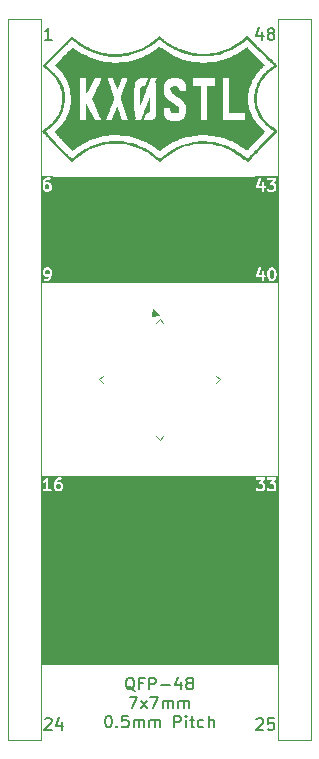
<source format=gto>
G04 #@! TF.GenerationSoftware,KiCad,Pcbnew,9.0.6*
G04 #@! TF.CreationDate,2026-01-08T14:50:14-06:00*
G04 #@! TF.ProjectId,QFP-48_7x7_P0.5,5146502d-3438-45f3-9778-375f50302e35,rev?*
G04 #@! TF.SameCoordinates,Original*
G04 #@! TF.FileFunction,Legend,Top*
G04 #@! TF.FilePolarity,Positive*
%FSLAX46Y46*%
G04 Gerber Fmt 4.6, Leading zero omitted, Abs format (unit mm)*
G04 Created by KiCad (PCBNEW 9.0.6) date 2026-01-08 14:50:14*
%MOMM*%
%LPD*%
G01*
G04 APERTURE LIST*
G04 Aperture macros list*
%AMRoundRect*
0 Rectangle with rounded corners*
0 $1 Rounding radius*
0 $2 $3 $4 $5 $6 $7 $8 $9 X,Y pos of 4 corners*
0 Add a 4 corners polygon primitive as box body*
4,1,4,$2,$3,$4,$5,$6,$7,$8,$9,$2,$3,0*
0 Add four circle primitives for the rounded corners*
1,1,$1+$1,$2,$3*
1,1,$1+$1,$4,$5*
1,1,$1+$1,$6,$7*
1,1,$1+$1,$8,$9*
0 Add four rect primitives between the rounded corners*
20,1,$1+$1,$2,$3,$4,$5,0*
20,1,$1+$1,$4,$5,$6,$7,0*
20,1,$1+$1,$6,$7,$8,$9,0*
20,1,$1+$1,$8,$9,$2,$3,0*%
G04 Aperture macros list end*
%ADD10C,0.100000*%
%ADD11C,0.200000*%
%ADD12C,0.120000*%
%ADD13C,0.000000*%
%ADD14R,1.700000X1.700000*%
%ADD15C,1.700000*%
%ADD16RoundRect,0.075000X-0.707107X-0.601041X-0.601041X-0.707107X0.707107X0.601041X0.601041X0.707107X0*%
%ADD17RoundRect,0.075000X-0.707107X0.601041X0.601041X-0.707107X0.707107X-0.601041X-0.601041X0.707107X0*%
G04 APERTURE END LIST*
D10*
X130357355Y-106256355D02*
X146453355Y-106256355D01*
X146453355Y-112403355D01*
X130357355Y-112403355D01*
X130357355Y-106256355D01*
G36*
X130357355Y-106256355D02*
G01*
X146453355Y-106256355D01*
X146453355Y-112403355D01*
X130357355Y-112403355D01*
X130357355Y-106256355D01*
G37*
X128397000Y-130272000D02*
X148463000Y-130272000D01*
X148463000Y-144780000D01*
X128397000Y-144780000D01*
X128397000Y-130272000D01*
G36*
X128397000Y-130272000D02*
G01*
X148463000Y-130272000D01*
X148463000Y-144780000D01*
X128397000Y-144780000D01*
X128397000Y-130272000D01*
G37*
X129387000Y-103480000D02*
X146483000Y-103480000D01*
X146483000Y-112421000D01*
X129387000Y-112421000D01*
X129387000Y-103480000D01*
G36*
X129387000Y-103480000D02*
G01*
X146483000Y-103480000D01*
X146483000Y-112421000D01*
X129387000Y-112421000D01*
X129387000Y-103480000D01*
G37*
X130362000Y-128863000D02*
X146418000Y-128863000D01*
X146418000Y-135010000D01*
X130362000Y-135010000D01*
X130362000Y-128863000D01*
G36*
X130362000Y-128863000D02*
G01*
X146418000Y-128863000D01*
X146418000Y-135010000D01*
X130362000Y-135010000D01*
X130362000Y-128863000D01*
G37*
X128397000Y-104858000D02*
X148463000Y-104858000D01*
X148463000Y-111023500D01*
X128397000Y-111023500D01*
X128397000Y-104858000D01*
G36*
X128397000Y-104858000D02*
G01*
X148463000Y-104858000D01*
X148463000Y-111023500D01*
X128397000Y-111023500D01*
X128397000Y-104858000D01*
G37*
D11*
G36*
X148433237Y-130239294D02*
G01*
X146441508Y-130239294D01*
X146441508Y-129008674D01*
X146552619Y-129008674D01*
X146552619Y-129047692D01*
X146567551Y-129083740D01*
X146595141Y-129111330D01*
X146631189Y-129126262D01*
X146650698Y-129128183D01*
X147049368Y-129128183D01*
X146861154Y-129343285D01*
X146855124Y-129351718D01*
X146853265Y-129353578D01*
X146852534Y-129355341D01*
X146849753Y-129359232D01*
X146844548Y-129374620D01*
X146838333Y-129389626D01*
X146838333Y-129392999D01*
X146837253Y-129396193D01*
X146838333Y-129412395D01*
X146838333Y-129428644D01*
X146839623Y-129431759D01*
X146839848Y-129435125D01*
X146847048Y-129449685D01*
X146853265Y-129464692D01*
X146855649Y-129467076D01*
X146857145Y-129470100D01*
X146869370Y-129480797D01*
X146880855Y-129492282D01*
X146883969Y-129493572D01*
X146886509Y-129495794D01*
X146901897Y-129500998D01*
X146916903Y-129507214D01*
X146921662Y-129507682D01*
X146923470Y-129508294D01*
X146926094Y-129508119D01*
X146936412Y-129509135D01*
X147055662Y-129509135D01*
X147115271Y-129538940D01*
X147139940Y-129563608D01*
X147169745Y-129623218D01*
X147169745Y-129814099D01*
X147139940Y-129873707D01*
X147115271Y-129898377D01*
X147055662Y-129928183D01*
X146817162Y-129928183D01*
X146757552Y-129898378D01*
X146721409Y-129862234D01*
X146706256Y-129849797D01*
X146670208Y-129834866D01*
X146631190Y-129834865D01*
X146595141Y-129849796D01*
X146567551Y-129877386D01*
X146552620Y-129913434D01*
X146552619Y-129952452D01*
X146567550Y-129988501D01*
X146579987Y-130003654D01*
X146627605Y-130051274D01*
X146635273Y-130057567D01*
X146637005Y-130059564D01*
X146640013Y-130061457D01*
X146642759Y-130063711D01*
X146645199Y-130064721D01*
X146653596Y-130070007D01*
X146748833Y-130117626D01*
X146767142Y-130124632D01*
X146770725Y-130124886D01*
X146774046Y-130126262D01*
X146793555Y-130128183D01*
X147079269Y-130128183D01*
X147098778Y-130126262D01*
X147102098Y-130124886D01*
X147105682Y-130124632D01*
X147123990Y-130117626D01*
X147219228Y-130070007D01*
X147227623Y-130064722D01*
X147230065Y-130063711D01*
X147232812Y-130061455D01*
X147235818Y-130059564D01*
X147237548Y-130057569D01*
X147245218Y-130051274D01*
X147292837Y-130003654D01*
X147299129Y-129995987D01*
X147301126Y-129994256D01*
X147303019Y-129991248D01*
X147305274Y-129988501D01*
X147306285Y-129986059D01*
X147311569Y-129977665D01*
X147359188Y-129882428D01*
X147366194Y-129864119D01*
X147366448Y-129860535D01*
X147367824Y-129857215D01*
X147369745Y-129837706D01*
X147369745Y-129599611D01*
X147367824Y-129580102D01*
X147366448Y-129576781D01*
X147366194Y-129573198D01*
X147359188Y-129554889D01*
X147311569Y-129459652D01*
X147306283Y-129451255D01*
X147305273Y-129448815D01*
X147303019Y-129446069D01*
X147301126Y-129443061D01*
X147299128Y-129441328D01*
X147292836Y-129433662D01*
X147245218Y-129386043D01*
X147237547Y-129379748D01*
X147235818Y-129377754D01*
X147232810Y-129375860D01*
X147230064Y-129373607D01*
X147227624Y-129372596D01*
X147219228Y-129367311D01*
X147140380Y-129327887D01*
X147345003Y-129094033D01*
X147351032Y-129085599D01*
X147352892Y-129083740D01*
X147353622Y-129081976D01*
X147356404Y-129078086D01*
X147361608Y-129062697D01*
X147367824Y-129047692D01*
X147367824Y-129044318D01*
X147368904Y-129041125D01*
X147367824Y-129024922D01*
X147367824Y-129008674D01*
X147505000Y-129008674D01*
X147505000Y-129047692D01*
X147519932Y-129083740D01*
X147547522Y-129111330D01*
X147583570Y-129126262D01*
X147603079Y-129128183D01*
X148001749Y-129128183D01*
X147813535Y-129343285D01*
X147807505Y-129351718D01*
X147805646Y-129353578D01*
X147804915Y-129355341D01*
X147802134Y-129359232D01*
X147796929Y-129374620D01*
X147790714Y-129389626D01*
X147790714Y-129392999D01*
X147789634Y-129396193D01*
X147790714Y-129412395D01*
X147790714Y-129428644D01*
X147792004Y-129431759D01*
X147792229Y-129435125D01*
X147799429Y-129449685D01*
X147805646Y-129464692D01*
X147808030Y-129467076D01*
X147809526Y-129470100D01*
X147821751Y-129480797D01*
X147833236Y-129492282D01*
X147836350Y-129493572D01*
X147838890Y-129495794D01*
X147854278Y-129500998D01*
X147869284Y-129507214D01*
X147874043Y-129507682D01*
X147875851Y-129508294D01*
X147878475Y-129508119D01*
X147888793Y-129509135D01*
X148008043Y-129509135D01*
X148067652Y-129538940D01*
X148092321Y-129563608D01*
X148122126Y-129623218D01*
X148122126Y-129814099D01*
X148092321Y-129873707D01*
X148067652Y-129898377D01*
X148008043Y-129928183D01*
X147769543Y-129928183D01*
X147709933Y-129898378D01*
X147673790Y-129862234D01*
X147658637Y-129849797D01*
X147622589Y-129834866D01*
X147583571Y-129834865D01*
X147547522Y-129849796D01*
X147519932Y-129877386D01*
X147505001Y-129913434D01*
X147505000Y-129952452D01*
X147519931Y-129988501D01*
X147532368Y-130003654D01*
X147579986Y-130051274D01*
X147587654Y-130057567D01*
X147589386Y-130059564D01*
X147592394Y-130061457D01*
X147595140Y-130063711D01*
X147597580Y-130064721D01*
X147605977Y-130070007D01*
X147701214Y-130117626D01*
X147719523Y-130124632D01*
X147723106Y-130124886D01*
X147726427Y-130126262D01*
X147745936Y-130128183D01*
X148031650Y-130128183D01*
X148051159Y-130126262D01*
X148054479Y-130124886D01*
X148058063Y-130124632D01*
X148076371Y-130117626D01*
X148171609Y-130070007D01*
X148180004Y-130064722D01*
X148182446Y-130063711D01*
X148185193Y-130061455D01*
X148188199Y-130059564D01*
X148189929Y-130057569D01*
X148197599Y-130051274D01*
X148245218Y-130003654D01*
X148251510Y-129995987D01*
X148253507Y-129994256D01*
X148255400Y-129991248D01*
X148257655Y-129988501D01*
X148258666Y-129986059D01*
X148263950Y-129977665D01*
X148311569Y-129882428D01*
X148318575Y-129864119D01*
X148318829Y-129860535D01*
X148320205Y-129857215D01*
X148322126Y-129837706D01*
X148322126Y-129599611D01*
X148320205Y-129580102D01*
X148318829Y-129576781D01*
X148318575Y-129573198D01*
X148311569Y-129554889D01*
X148263950Y-129459652D01*
X148258664Y-129451255D01*
X148257654Y-129448815D01*
X148255400Y-129446069D01*
X148253507Y-129443061D01*
X148251509Y-129441328D01*
X148245217Y-129433662D01*
X148197599Y-129386043D01*
X148189928Y-129379748D01*
X148188199Y-129377754D01*
X148185191Y-129375860D01*
X148182445Y-129373607D01*
X148180005Y-129372596D01*
X148171609Y-129367311D01*
X148092761Y-129327887D01*
X148297384Y-129094033D01*
X148303413Y-129085599D01*
X148305273Y-129083740D01*
X148306003Y-129081976D01*
X148308785Y-129078086D01*
X148313989Y-129062697D01*
X148320205Y-129047692D01*
X148320205Y-129044318D01*
X148321285Y-129041125D01*
X148320205Y-129024922D01*
X148320205Y-129008674D01*
X148318914Y-129005558D01*
X148318690Y-129002193D01*
X148311487Y-128987627D01*
X148305273Y-128972626D01*
X148302889Y-128970242D01*
X148301394Y-128967218D01*
X148289160Y-128956513D01*
X148277683Y-128945036D01*
X148274569Y-128943746D01*
X148272030Y-128941524D01*
X148256638Y-128936318D01*
X148241635Y-128930104D01*
X148236875Y-128929635D01*
X148235068Y-128929024D01*
X148232443Y-128929198D01*
X148222126Y-128928183D01*
X147603079Y-128928183D01*
X147583570Y-128930104D01*
X147547522Y-128945036D01*
X147519932Y-128972626D01*
X147505000Y-129008674D01*
X147367824Y-129008674D01*
X147366533Y-129005558D01*
X147366309Y-129002193D01*
X147359106Y-128987627D01*
X147352892Y-128972626D01*
X147350508Y-128970242D01*
X147349013Y-128967218D01*
X147336779Y-128956513D01*
X147325302Y-128945036D01*
X147322188Y-128943746D01*
X147319649Y-128941524D01*
X147304257Y-128936318D01*
X147289254Y-128930104D01*
X147284494Y-128929635D01*
X147282687Y-128929024D01*
X147280062Y-128929198D01*
X147269745Y-128928183D01*
X146650698Y-128928183D01*
X146631189Y-128930104D01*
X146595141Y-128945036D01*
X146567551Y-128972626D01*
X146552619Y-129008674D01*
X146441508Y-129008674D01*
X146441508Y-128817072D01*
X148433237Y-128817072D01*
X148433237Y-130239294D01*
G37*
X147093326Y-91225552D02*
X147093326Y-91892219D01*
X146855231Y-90844600D02*
X146617136Y-91558885D01*
X146617136Y-91558885D02*
X147236183Y-91558885D01*
X147759993Y-91320790D02*
X147664755Y-91273171D01*
X147664755Y-91273171D02*
X147617136Y-91225552D01*
X147617136Y-91225552D02*
X147569517Y-91130314D01*
X147569517Y-91130314D02*
X147569517Y-91082695D01*
X147569517Y-91082695D02*
X147617136Y-90987457D01*
X147617136Y-90987457D02*
X147664755Y-90939838D01*
X147664755Y-90939838D02*
X147759993Y-90892219D01*
X147759993Y-90892219D02*
X147950469Y-90892219D01*
X147950469Y-90892219D02*
X148045707Y-90939838D01*
X148045707Y-90939838D02*
X148093326Y-90987457D01*
X148093326Y-90987457D02*
X148140945Y-91082695D01*
X148140945Y-91082695D02*
X148140945Y-91130314D01*
X148140945Y-91130314D02*
X148093326Y-91225552D01*
X148093326Y-91225552D02*
X148045707Y-91273171D01*
X148045707Y-91273171D02*
X147950469Y-91320790D01*
X147950469Y-91320790D02*
X147759993Y-91320790D01*
X147759993Y-91320790D02*
X147664755Y-91368409D01*
X147664755Y-91368409D02*
X147617136Y-91416028D01*
X147617136Y-91416028D02*
X147569517Y-91511266D01*
X147569517Y-91511266D02*
X147569517Y-91701742D01*
X147569517Y-91701742D02*
X147617136Y-91796980D01*
X147617136Y-91796980D02*
X147664755Y-91844600D01*
X147664755Y-91844600D02*
X147759993Y-91892219D01*
X147759993Y-91892219D02*
X147950469Y-91892219D01*
X147950469Y-91892219D02*
X148045707Y-91844600D01*
X148045707Y-91844600D02*
X148093326Y-91796980D01*
X148093326Y-91796980D02*
X148140945Y-91701742D01*
X148140945Y-91701742D02*
X148140945Y-91511266D01*
X148140945Y-91511266D02*
X148093326Y-91416028D01*
X148093326Y-91416028D02*
X148045707Y-91368409D01*
X148045707Y-91368409D02*
X147950469Y-91320790D01*
X146617136Y-149407457D02*
X146664755Y-149359838D01*
X146664755Y-149359838D02*
X146759993Y-149312219D01*
X146759993Y-149312219D02*
X146998088Y-149312219D01*
X146998088Y-149312219D02*
X147093326Y-149359838D01*
X147093326Y-149359838D02*
X147140945Y-149407457D01*
X147140945Y-149407457D02*
X147188564Y-149502695D01*
X147188564Y-149502695D02*
X147188564Y-149597933D01*
X147188564Y-149597933D02*
X147140945Y-149740790D01*
X147140945Y-149740790D02*
X146569517Y-150312219D01*
X146569517Y-150312219D02*
X147188564Y-150312219D01*
X148093326Y-149312219D02*
X147617136Y-149312219D01*
X147617136Y-149312219D02*
X147569517Y-149788409D01*
X147569517Y-149788409D02*
X147617136Y-149740790D01*
X147617136Y-149740790D02*
X147712374Y-149693171D01*
X147712374Y-149693171D02*
X147950469Y-149693171D01*
X147950469Y-149693171D02*
X148045707Y-149740790D01*
X148045707Y-149740790D02*
X148093326Y-149788409D01*
X148093326Y-149788409D02*
X148140945Y-149883647D01*
X148140945Y-149883647D02*
X148140945Y-150121742D01*
X148140945Y-150121742D02*
X148093326Y-150216980D01*
X148093326Y-150216980D02*
X148045707Y-150264600D01*
X148045707Y-150264600D02*
X147950469Y-150312219D01*
X147950469Y-150312219D02*
X147712374Y-150312219D01*
X147712374Y-150312219D02*
X147617136Y-150264600D01*
X147617136Y-150264600D02*
X147569517Y-150216980D01*
G36*
X129059008Y-111372024D02*
G01*
X129083677Y-111396692D01*
X129113482Y-111456302D01*
X129113482Y-111647183D01*
X129083677Y-111706792D01*
X129059008Y-111731460D01*
X128999399Y-111761266D01*
X128856137Y-111761266D01*
X128796527Y-111731461D01*
X128771859Y-111706792D01*
X128742054Y-111647182D01*
X128742054Y-111456302D01*
X128771859Y-111396692D01*
X128796527Y-111372023D01*
X128856137Y-111342219D01*
X128999399Y-111342219D01*
X129059008Y-111372024D01*
G37*
G36*
X129424593Y-112453330D02*
G01*
X128430943Y-112453330D01*
X128430943Y-111432695D01*
X128542054Y-111432695D01*
X128542054Y-111670790D01*
X128543975Y-111690299D01*
X128545350Y-111693619D01*
X128545605Y-111697203D01*
X128552611Y-111715511D01*
X128600230Y-111810749D01*
X128605515Y-111819145D01*
X128606526Y-111821585D01*
X128608779Y-111824331D01*
X128610673Y-111827339D01*
X128612667Y-111829068D01*
X128618962Y-111836739D01*
X128666581Y-111884357D01*
X128674247Y-111890649D01*
X128675980Y-111892647D01*
X128678988Y-111894540D01*
X128681734Y-111896794D01*
X128684174Y-111897804D01*
X128692571Y-111903090D01*
X128787808Y-111950709D01*
X128806117Y-111957715D01*
X128809700Y-111957969D01*
X128813021Y-111959345D01*
X128832530Y-111961266D01*
X129023006Y-111961266D01*
X129042515Y-111959345D01*
X129045835Y-111957969D01*
X129049419Y-111957715D01*
X129067727Y-111950709D01*
X129077340Y-111945902D01*
X129073050Y-111963064D01*
X128992913Y-112083269D01*
X128963770Y-112112413D01*
X128904161Y-112142219D01*
X128737292Y-112142219D01*
X128717783Y-112144140D01*
X128681735Y-112159072D01*
X128654145Y-112186662D01*
X128639213Y-112222710D01*
X128639213Y-112261728D01*
X128654145Y-112297776D01*
X128681735Y-112325366D01*
X128717783Y-112340298D01*
X128737292Y-112342219D01*
X128927768Y-112342219D01*
X128947277Y-112340298D01*
X128950597Y-112338922D01*
X128954181Y-112338668D01*
X128972489Y-112331662D01*
X129067727Y-112284043D01*
X129076122Y-112278758D01*
X129078564Y-112277747D01*
X129081311Y-112275491D01*
X129084317Y-112273600D01*
X129086047Y-112271605D01*
X129093717Y-112265310D01*
X129141336Y-112217690D01*
X129141378Y-112217637D01*
X129141410Y-112217617D01*
X129147549Y-112210119D01*
X129153773Y-112202537D01*
X129153787Y-112202501D01*
X129153830Y-112202450D01*
X129249068Y-112059593D01*
X129254810Y-112048823D01*
X129256282Y-112046837D01*
X129257120Y-112044491D01*
X129258291Y-112042295D01*
X129258770Y-112039871D01*
X129262877Y-112028377D01*
X129310496Y-111837901D01*
X129310996Y-111834519D01*
X129311561Y-111833156D01*
X129312284Y-111825805D01*
X129313364Y-111818508D01*
X129313146Y-111817049D01*
X129313482Y-111813647D01*
X129313482Y-111432695D01*
X129311561Y-111413186D01*
X129310185Y-111409865D01*
X129309931Y-111406282D01*
X129302925Y-111387973D01*
X129255306Y-111292736D01*
X129250020Y-111284339D01*
X129249010Y-111281899D01*
X129246756Y-111279153D01*
X129244863Y-111276145D01*
X129242865Y-111274412D01*
X129236573Y-111266746D01*
X129188955Y-111219127D01*
X129181284Y-111212832D01*
X129179555Y-111210838D01*
X129176547Y-111208944D01*
X129173801Y-111206691D01*
X129171361Y-111205680D01*
X129162965Y-111200395D01*
X129067727Y-111152776D01*
X129049419Y-111145770D01*
X129045835Y-111145515D01*
X129042515Y-111144140D01*
X129023006Y-111142219D01*
X128832530Y-111142219D01*
X128813021Y-111144140D01*
X128809700Y-111145515D01*
X128806117Y-111145770D01*
X128787808Y-111152776D01*
X128692571Y-111200395D01*
X128684174Y-111205680D01*
X128681734Y-111206691D01*
X128678988Y-111208944D01*
X128675980Y-111210838D01*
X128674247Y-111212835D01*
X128666581Y-111219128D01*
X128618962Y-111266746D01*
X128612667Y-111274416D01*
X128610673Y-111276146D01*
X128608779Y-111279153D01*
X128606526Y-111281900D01*
X128605515Y-111284339D01*
X128600230Y-111292736D01*
X128552611Y-111387974D01*
X128545605Y-111406282D01*
X128545350Y-111409865D01*
X128543975Y-111413186D01*
X128542054Y-111432695D01*
X128430943Y-111432695D01*
X128430943Y-111031108D01*
X129424593Y-111031108D01*
X129424593Y-112453330D01*
G37*
X136310952Y-146983569D02*
X136215714Y-146935950D01*
X136215714Y-146935950D02*
X136120476Y-146840712D01*
X136120476Y-146840712D02*
X135977619Y-146697854D01*
X135977619Y-146697854D02*
X135882381Y-146650235D01*
X135882381Y-146650235D02*
X135787143Y-146650235D01*
X135834762Y-146888331D02*
X135739524Y-146840712D01*
X135739524Y-146840712D02*
X135644286Y-146745473D01*
X135644286Y-146745473D02*
X135596667Y-146554997D01*
X135596667Y-146554997D02*
X135596667Y-146221664D01*
X135596667Y-146221664D02*
X135644286Y-146031188D01*
X135644286Y-146031188D02*
X135739524Y-145935950D01*
X135739524Y-145935950D02*
X135834762Y-145888331D01*
X135834762Y-145888331D02*
X136025238Y-145888331D01*
X136025238Y-145888331D02*
X136120476Y-145935950D01*
X136120476Y-145935950D02*
X136215714Y-146031188D01*
X136215714Y-146031188D02*
X136263333Y-146221664D01*
X136263333Y-146221664D02*
X136263333Y-146554997D01*
X136263333Y-146554997D02*
X136215714Y-146745473D01*
X136215714Y-146745473D02*
X136120476Y-146840712D01*
X136120476Y-146840712D02*
X136025238Y-146888331D01*
X136025238Y-146888331D02*
X135834762Y-146888331D01*
X137025238Y-146364521D02*
X136691905Y-146364521D01*
X136691905Y-146888331D02*
X136691905Y-145888331D01*
X136691905Y-145888331D02*
X137168095Y-145888331D01*
X137549048Y-146888331D02*
X137549048Y-145888331D01*
X137549048Y-145888331D02*
X137930000Y-145888331D01*
X137930000Y-145888331D02*
X138025238Y-145935950D01*
X138025238Y-145935950D02*
X138072857Y-145983569D01*
X138072857Y-145983569D02*
X138120476Y-146078807D01*
X138120476Y-146078807D02*
X138120476Y-146221664D01*
X138120476Y-146221664D02*
X138072857Y-146316902D01*
X138072857Y-146316902D02*
X138025238Y-146364521D01*
X138025238Y-146364521D02*
X137930000Y-146412140D01*
X137930000Y-146412140D02*
X137549048Y-146412140D01*
X138549048Y-146507378D02*
X139310953Y-146507378D01*
X140215714Y-146221664D02*
X140215714Y-146888331D01*
X139977619Y-145840712D02*
X139739524Y-146554997D01*
X139739524Y-146554997D02*
X140358571Y-146554997D01*
X140882381Y-146316902D02*
X140787143Y-146269283D01*
X140787143Y-146269283D02*
X140739524Y-146221664D01*
X140739524Y-146221664D02*
X140691905Y-146126426D01*
X140691905Y-146126426D02*
X140691905Y-146078807D01*
X140691905Y-146078807D02*
X140739524Y-145983569D01*
X140739524Y-145983569D02*
X140787143Y-145935950D01*
X140787143Y-145935950D02*
X140882381Y-145888331D01*
X140882381Y-145888331D02*
X141072857Y-145888331D01*
X141072857Y-145888331D02*
X141168095Y-145935950D01*
X141168095Y-145935950D02*
X141215714Y-145983569D01*
X141215714Y-145983569D02*
X141263333Y-146078807D01*
X141263333Y-146078807D02*
X141263333Y-146126426D01*
X141263333Y-146126426D02*
X141215714Y-146221664D01*
X141215714Y-146221664D02*
X141168095Y-146269283D01*
X141168095Y-146269283D02*
X141072857Y-146316902D01*
X141072857Y-146316902D02*
X140882381Y-146316902D01*
X140882381Y-146316902D02*
X140787143Y-146364521D01*
X140787143Y-146364521D02*
X140739524Y-146412140D01*
X140739524Y-146412140D02*
X140691905Y-146507378D01*
X140691905Y-146507378D02*
X140691905Y-146697854D01*
X140691905Y-146697854D02*
X140739524Y-146793092D01*
X140739524Y-146793092D02*
X140787143Y-146840712D01*
X140787143Y-146840712D02*
X140882381Y-146888331D01*
X140882381Y-146888331D02*
X141072857Y-146888331D01*
X141072857Y-146888331D02*
X141168095Y-146840712D01*
X141168095Y-146840712D02*
X141215714Y-146793092D01*
X141215714Y-146793092D02*
X141263333Y-146697854D01*
X141263333Y-146697854D02*
X141263333Y-146507378D01*
X141263333Y-146507378D02*
X141215714Y-146412140D01*
X141215714Y-146412140D02*
X141168095Y-146364521D01*
X141168095Y-146364521D02*
X141072857Y-146316902D01*
X135882381Y-147498275D02*
X136549047Y-147498275D01*
X136549047Y-147498275D02*
X136120476Y-148498275D01*
X136834762Y-148498275D02*
X137358571Y-147831608D01*
X136834762Y-147831608D02*
X137358571Y-148498275D01*
X137644286Y-147498275D02*
X138310952Y-147498275D01*
X138310952Y-147498275D02*
X137882381Y-148498275D01*
X138691905Y-148498275D02*
X138691905Y-147831608D01*
X138691905Y-147926846D02*
X138739524Y-147879227D01*
X138739524Y-147879227D02*
X138834762Y-147831608D01*
X138834762Y-147831608D02*
X138977619Y-147831608D01*
X138977619Y-147831608D02*
X139072857Y-147879227D01*
X139072857Y-147879227D02*
X139120476Y-147974465D01*
X139120476Y-147974465D02*
X139120476Y-148498275D01*
X139120476Y-147974465D02*
X139168095Y-147879227D01*
X139168095Y-147879227D02*
X139263333Y-147831608D01*
X139263333Y-147831608D02*
X139406190Y-147831608D01*
X139406190Y-147831608D02*
X139501429Y-147879227D01*
X139501429Y-147879227D02*
X139549048Y-147974465D01*
X139549048Y-147974465D02*
X139549048Y-148498275D01*
X140025238Y-148498275D02*
X140025238Y-147831608D01*
X140025238Y-147926846D02*
X140072857Y-147879227D01*
X140072857Y-147879227D02*
X140168095Y-147831608D01*
X140168095Y-147831608D02*
X140310952Y-147831608D01*
X140310952Y-147831608D02*
X140406190Y-147879227D01*
X140406190Y-147879227D02*
X140453809Y-147974465D01*
X140453809Y-147974465D02*
X140453809Y-148498275D01*
X140453809Y-147974465D02*
X140501428Y-147879227D01*
X140501428Y-147879227D02*
X140596666Y-147831608D01*
X140596666Y-147831608D02*
X140739523Y-147831608D01*
X140739523Y-147831608D02*
X140834762Y-147879227D01*
X140834762Y-147879227D02*
X140882381Y-147974465D01*
X140882381Y-147974465D02*
X140882381Y-148498275D01*
X134049048Y-149108219D02*
X134144286Y-149108219D01*
X134144286Y-149108219D02*
X134239524Y-149155838D01*
X134239524Y-149155838D02*
X134287143Y-149203457D01*
X134287143Y-149203457D02*
X134334762Y-149298695D01*
X134334762Y-149298695D02*
X134382381Y-149489171D01*
X134382381Y-149489171D02*
X134382381Y-149727266D01*
X134382381Y-149727266D02*
X134334762Y-149917742D01*
X134334762Y-149917742D02*
X134287143Y-150012980D01*
X134287143Y-150012980D02*
X134239524Y-150060600D01*
X134239524Y-150060600D02*
X134144286Y-150108219D01*
X134144286Y-150108219D02*
X134049048Y-150108219D01*
X134049048Y-150108219D02*
X133953810Y-150060600D01*
X133953810Y-150060600D02*
X133906191Y-150012980D01*
X133906191Y-150012980D02*
X133858572Y-149917742D01*
X133858572Y-149917742D02*
X133810953Y-149727266D01*
X133810953Y-149727266D02*
X133810953Y-149489171D01*
X133810953Y-149489171D02*
X133858572Y-149298695D01*
X133858572Y-149298695D02*
X133906191Y-149203457D01*
X133906191Y-149203457D02*
X133953810Y-149155838D01*
X133953810Y-149155838D02*
X134049048Y-149108219D01*
X134810953Y-150012980D02*
X134858572Y-150060600D01*
X134858572Y-150060600D02*
X134810953Y-150108219D01*
X134810953Y-150108219D02*
X134763334Y-150060600D01*
X134763334Y-150060600D02*
X134810953Y-150012980D01*
X134810953Y-150012980D02*
X134810953Y-150108219D01*
X135763333Y-149108219D02*
X135287143Y-149108219D01*
X135287143Y-149108219D02*
X135239524Y-149584409D01*
X135239524Y-149584409D02*
X135287143Y-149536790D01*
X135287143Y-149536790D02*
X135382381Y-149489171D01*
X135382381Y-149489171D02*
X135620476Y-149489171D01*
X135620476Y-149489171D02*
X135715714Y-149536790D01*
X135715714Y-149536790D02*
X135763333Y-149584409D01*
X135763333Y-149584409D02*
X135810952Y-149679647D01*
X135810952Y-149679647D02*
X135810952Y-149917742D01*
X135810952Y-149917742D02*
X135763333Y-150012980D01*
X135763333Y-150012980D02*
X135715714Y-150060600D01*
X135715714Y-150060600D02*
X135620476Y-150108219D01*
X135620476Y-150108219D02*
X135382381Y-150108219D01*
X135382381Y-150108219D02*
X135287143Y-150060600D01*
X135287143Y-150060600D02*
X135239524Y-150012980D01*
X136239524Y-150108219D02*
X136239524Y-149441552D01*
X136239524Y-149536790D02*
X136287143Y-149489171D01*
X136287143Y-149489171D02*
X136382381Y-149441552D01*
X136382381Y-149441552D02*
X136525238Y-149441552D01*
X136525238Y-149441552D02*
X136620476Y-149489171D01*
X136620476Y-149489171D02*
X136668095Y-149584409D01*
X136668095Y-149584409D02*
X136668095Y-150108219D01*
X136668095Y-149584409D02*
X136715714Y-149489171D01*
X136715714Y-149489171D02*
X136810952Y-149441552D01*
X136810952Y-149441552D02*
X136953809Y-149441552D01*
X136953809Y-149441552D02*
X137049048Y-149489171D01*
X137049048Y-149489171D02*
X137096667Y-149584409D01*
X137096667Y-149584409D02*
X137096667Y-150108219D01*
X137572857Y-150108219D02*
X137572857Y-149441552D01*
X137572857Y-149536790D02*
X137620476Y-149489171D01*
X137620476Y-149489171D02*
X137715714Y-149441552D01*
X137715714Y-149441552D02*
X137858571Y-149441552D01*
X137858571Y-149441552D02*
X137953809Y-149489171D01*
X137953809Y-149489171D02*
X138001428Y-149584409D01*
X138001428Y-149584409D02*
X138001428Y-150108219D01*
X138001428Y-149584409D02*
X138049047Y-149489171D01*
X138049047Y-149489171D02*
X138144285Y-149441552D01*
X138144285Y-149441552D02*
X138287142Y-149441552D01*
X138287142Y-149441552D02*
X138382381Y-149489171D01*
X138382381Y-149489171D02*
X138430000Y-149584409D01*
X138430000Y-149584409D02*
X138430000Y-150108219D01*
X139668095Y-150108219D02*
X139668095Y-149108219D01*
X139668095Y-149108219D02*
X140049047Y-149108219D01*
X140049047Y-149108219D02*
X140144285Y-149155838D01*
X140144285Y-149155838D02*
X140191904Y-149203457D01*
X140191904Y-149203457D02*
X140239523Y-149298695D01*
X140239523Y-149298695D02*
X140239523Y-149441552D01*
X140239523Y-149441552D02*
X140191904Y-149536790D01*
X140191904Y-149536790D02*
X140144285Y-149584409D01*
X140144285Y-149584409D02*
X140049047Y-149632028D01*
X140049047Y-149632028D02*
X139668095Y-149632028D01*
X140668095Y-150108219D02*
X140668095Y-149441552D01*
X140668095Y-149108219D02*
X140620476Y-149155838D01*
X140620476Y-149155838D02*
X140668095Y-149203457D01*
X140668095Y-149203457D02*
X140715714Y-149155838D01*
X140715714Y-149155838D02*
X140668095Y-149108219D01*
X140668095Y-149108219D02*
X140668095Y-149203457D01*
X141001428Y-149441552D02*
X141382380Y-149441552D01*
X141144285Y-149108219D02*
X141144285Y-149965361D01*
X141144285Y-149965361D02*
X141191904Y-150060600D01*
X141191904Y-150060600D02*
X141287142Y-150108219D01*
X141287142Y-150108219D02*
X141382380Y-150108219D01*
X142144285Y-150060600D02*
X142049047Y-150108219D01*
X142049047Y-150108219D02*
X141858571Y-150108219D01*
X141858571Y-150108219D02*
X141763333Y-150060600D01*
X141763333Y-150060600D02*
X141715714Y-150012980D01*
X141715714Y-150012980D02*
X141668095Y-149917742D01*
X141668095Y-149917742D02*
X141668095Y-149632028D01*
X141668095Y-149632028D02*
X141715714Y-149536790D01*
X141715714Y-149536790D02*
X141763333Y-149489171D01*
X141763333Y-149489171D02*
X141858571Y-149441552D01*
X141858571Y-149441552D02*
X142049047Y-149441552D01*
X142049047Y-149441552D02*
X142144285Y-149489171D01*
X142572857Y-150108219D02*
X142572857Y-149108219D01*
X143001428Y-150108219D02*
X143001428Y-149584409D01*
X143001428Y-149584409D02*
X142953809Y-149489171D01*
X142953809Y-149489171D02*
X142858571Y-149441552D01*
X142858571Y-149441552D02*
X142715714Y-149441552D01*
X142715714Y-149441552D02*
X142620476Y-149489171D01*
X142620476Y-149489171D02*
X142572857Y-149536790D01*
G36*
X148429056Y-104903330D02*
G01*
X146483810Y-104903330D01*
X146483810Y-104346378D01*
X146594921Y-104346378D01*
X146596057Y-104362362D01*
X146596057Y-104378394D01*
X146597432Y-104381714D01*
X146597687Y-104385298D01*
X146604854Y-104399633D01*
X146610989Y-104414442D01*
X146613529Y-104416982D01*
X146615137Y-104420197D01*
X146627248Y-104430701D01*
X146638579Y-104442032D01*
X146641897Y-104443406D01*
X146644613Y-104445762D01*
X146659822Y-104450831D01*
X146674627Y-104456964D01*
X146679727Y-104457466D01*
X146681629Y-104458100D01*
X146684262Y-104457912D01*
X146694136Y-104458885D01*
X147070326Y-104458885D01*
X147070326Y-104692219D01*
X147072247Y-104711728D01*
X147087179Y-104747776D01*
X147114769Y-104775366D01*
X147150817Y-104790298D01*
X147189835Y-104790298D01*
X147225883Y-104775366D01*
X147253473Y-104747776D01*
X147268405Y-104711728D01*
X147270326Y-104692219D01*
X147270326Y-104458885D01*
X147313183Y-104458885D01*
X147332692Y-104456964D01*
X147368740Y-104442032D01*
X147396330Y-104414442D01*
X147411262Y-104378394D01*
X147411262Y-104339376D01*
X147396330Y-104303328D01*
X147368740Y-104275738D01*
X147332692Y-104260806D01*
X147313183Y-104258885D01*
X147270326Y-104258885D01*
X147270326Y-104025552D01*
X147268405Y-104006043D01*
X147253473Y-103969995D01*
X147225883Y-103942405D01*
X147189835Y-103927473D01*
X147150817Y-103927473D01*
X147114769Y-103942405D01*
X147087179Y-103969995D01*
X147072247Y-104006043D01*
X147070326Y-104025552D01*
X147070326Y-104258885D01*
X146832878Y-104258885D01*
X147027099Y-103676223D01*
X147027898Y-103672710D01*
X147500819Y-103672710D01*
X147500819Y-103711728D01*
X147515751Y-103747776D01*
X147543341Y-103775366D01*
X147579389Y-103790298D01*
X147598898Y-103792219D01*
X147997568Y-103792219D01*
X147809354Y-104007321D01*
X147803324Y-104015754D01*
X147801465Y-104017614D01*
X147800734Y-104019377D01*
X147797953Y-104023268D01*
X147792748Y-104038656D01*
X147786533Y-104053662D01*
X147786533Y-104057035D01*
X147785453Y-104060229D01*
X147786533Y-104076431D01*
X147786533Y-104092680D01*
X147787823Y-104095795D01*
X147788048Y-104099161D01*
X147795248Y-104113721D01*
X147801465Y-104128728D01*
X147803849Y-104131112D01*
X147805345Y-104134136D01*
X147817570Y-104144833D01*
X147829055Y-104156318D01*
X147832169Y-104157608D01*
X147834709Y-104159830D01*
X147850097Y-104165034D01*
X147865103Y-104171250D01*
X147869862Y-104171718D01*
X147871670Y-104172330D01*
X147874294Y-104172155D01*
X147884612Y-104173171D01*
X148003862Y-104173171D01*
X148063471Y-104202976D01*
X148088140Y-104227644D01*
X148117945Y-104287254D01*
X148117945Y-104478135D01*
X148088140Y-104537743D01*
X148063471Y-104562413D01*
X148003862Y-104592219D01*
X147765362Y-104592219D01*
X147705752Y-104562414D01*
X147669609Y-104526270D01*
X147654456Y-104513833D01*
X147618408Y-104498902D01*
X147579390Y-104498901D01*
X147543341Y-104513832D01*
X147515751Y-104541422D01*
X147500820Y-104577470D01*
X147500819Y-104616488D01*
X147515750Y-104652537D01*
X147528187Y-104667690D01*
X147575805Y-104715310D01*
X147583473Y-104721603D01*
X147585205Y-104723600D01*
X147588213Y-104725493D01*
X147590959Y-104727747D01*
X147593399Y-104728757D01*
X147601796Y-104734043D01*
X147697033Y-104781662D01*
X147715342Y-104788668D01*
X147718925Y-104788922D01*
X147722246Y-104790298D01*
X147741755Y-104792219D01*
X148027469Y-104792219D01*
X148046978Y-104790298D01*
X148050298Y-104788922D01*
X148053882Y-104788668D01*
X148072190Y-104781662D01*
X148167428Y-104734043D01*
X148175823Y-104728758D01*
X148178265Y-104727747D01*
X148181012Y-104725491D01*
X148184018Y-104723600D01*
X148185748Y-104721605D01*
X148193418Y-104715310D01*
X148241037Y-104667690D01*
X148247329Y-104660023D01*
X148249326Y-104658292D01*
X148251219Y-104655284D01*
X148253474Y-104652537D01*
X148254485Y-104650095D01*
X148259769Y-104641701D01*
X148307388Y-104546464D01*
X148314394Y-104528155D01*
X148314648Y-104524571D01*
X148316024Y-104521251D01*
X148317945Y-104501742D01*
X148317945Y-104263647D01*
X148316024Y-104244138D01*
X148314648Y-104240817D01*
X148314394Y-104237234D01*
X148307388Y-104218925D01*
X148259769Y-104123688D01*
X148254483Y-104115291D01*
X148253473Y-104112851D01*
X148251219Y-104110105D01*
X148249326Y-104107097D01*
X148247328Y-104105364D01*
X148241036Y-104097698D01*
X148193418Y-104050079D01*
X148185747Y-104043784D01*
X148184018Y-104041790D01*
X148181010Y-104039896D01*
X148178264Y-104037643D01*
X148175824Y-104036632D01*
X148167428Y-104031347D01*
X148088580Y-103991923D01*
X148293203Y-103758069D01*
X148299232Y-103749635D01*
X148301092Y-103747776D01*
X148301822Y-103746012D01*
X148304604Y-103742122D01*
X148309808Y-103726733D01*
X148316024Y-103711728D01*
X148316024Y-103708354D01*
X148317104Y-103705161D01*
X148316024Y-103688958D01*
X148316024Y-103672710D01*
X148314733Y-103669594D01*
X148314509Y-103666229D01*
X148307306Y-103651663D01*
X148301092Y-103636662D01*
X148298708Y-103634278D01*
X148297213Y-103631254D01*
X148284979Y-103620549D01*
X148273502Y-103609072D01*
X148270388Y-103607782D01*
X148267849Y-103605560D01*
X148252457Y-103600354D01*
X148237454Y-103594140D01*
X148232694Y-103593671D01*
X148230887Y-103593060D01*
X148228262Y-103593234D01*
X148217945Y-103592219D01*
X147598898Y-103592219D01*
X147579389Y-103594140D01*
X147543341Y-103609072D01*
X147515751Y-103636662D01*
X147500819Y-103672710D01*
X147027898Y-103672710D01*
X147031446Y-103657108D01*
X147028680Y-103618188D01*
X147011230Y-103583289D01*
X146981754Y-103557724D01*
X146944738Y-103545385D01*
X146905818Y-103548152D01*
X146870919Y-103565601D01*
X146845354Y-103595077D01*
X146837363Y-103612978D01*
X146599268Y-104327262D01*
X146597068Y-104336933D01*
X146596057Y-104339376D01*
X146596057Y-104341382D01*
X146594921Y-104346378D01*
X146483810Y-104346378D01*
X146483810Y-103434274D01*
X148429056Y-103434274D01*
X148429056Y-104903330D01*
G37*
G36*
X130001389Y-129532976D02*
G01*
X130026058Y-129557644D01*
X130055863Y-129617254D01*
X130055863Y-129808135D01*
X130026058Y-129867743D01*
X130001389Y-129892413D01*
X129941780Y-129922219D01*
X129798518Y-129922219D01*
X129738908Y-129892414D01*
X129714241Y-129867746D01*
X129684435Y-129808134D01*
X129684435Y-129617254D01*
X129714240Y-129557644D01*
X129738908Y-129532975D01*
X129798518Y-129503171D01*
X129941780Y-129503171D01*
X130001389Y-129532976D01*
G37*
G36*
X130366974Y-130233330D02*
G01*
X128421728Y-130233330D01*
X128421728Y-129295426D01*
X128532839Y-129295426D01*
X128535605Y-129334346D01*
X128553054Y-129369245D01*
X128582531Y-129394809D01*
X128619547Y-129407148D01*
X128658467Y-129404382D01*
X128676775Y-129397376D01*
X128772013Y-129349757D01*
X128780409Y-129344471D01*
X128782849Y-129343461D01*
X128785595Y-129341207D01*
X128788603Y-129339314D01*
X128790332Y-129337319D01*
X128798003Y-129331025D01*
X128817768Y-129311260D01*
X128817768Y-129922219D01*
X128632054Y-129922219D01*
X128612545Y-129924140D01*
X128576497Y-129939072D01*
X128548907Y-129966662D01*
X128533975Y-130002710D01*
X128533975Y-130041728D01*
X128548907Y-130077776D01*
X128576497Y-130105366D01*
X128612545Y-130120298D01*
X128632054Y-130122219D01*
X129203482Y-130122219D01*
X129222991Y-130120298D01*
X129259039Y-130105366D01*
X129286629Y-130077776D01*
X129301561Y-130041728D01*
X129301561Y-130002710D01*
X129286629Y-129966662D01*
X129259039Y-129939072D01*
X129222991Y-129924140D01*
X129203482Y-129922219D01*
X129017768Y-129922219D01*
X129017768Y-129450790D01*
X129484435Y-129450790D01*
X129484435Y-129831742D01*
X129486356Y-129851251D01*
X129487731Y-129854571D01*
X129487986Y-129858155D01*
X129494992Y-129876463D01*
X129542611Y-129971701D01*
X129547894Y-129980093D01*
X129548906Y-129982537D01*
X129551162Y-129985286D01*
X129553054Y-129988291D01*
X129555048Y-129990020D01*
X129561343Y-129997690D01*
X129608961Y-130045310D01*
X129616629Y-130051603D01*
X129618361Y-130053600D01*
X129621369Y-130055493D01*
X129624115Y-130057747D01*
X129626555Y-130058757D01*
X129634952Y-130064043D01*
X129730189Y-130111662D01*
X129748498Y-130118668D01*
X129752081Y-130118922D01*
X129755402Y-130120298D01*
X129774911Y-130122219D01*
X129965387Y-130122219D01*
X129984896Y-130120298D01*
X129988216Y-130118922D01*
X129991800Y-130118668D01*
X130010108Y-130111662D01*
X130105346Y-130064043D01*
X130113741Y-130058758D01*
X130116183Y-130057747D01*
X130118930Y-130055491D01*
X130121936Y-130053600D01*
X130123666Y-130051605D01*
X130131336Y-130045310D01*
X130178955Y-129997690D01*
X130185247Y-129990023D01*
X130187244Y-129988292D01*
X130189137Y-129985284D01*
X130191392Y-129982537D01*
X130192403Y-129980095D01*
X130197687Y-129971701D01*
X130245306Y-129876464D01*
X130252312Y-129858155D01*
X130252566Y-129854571D01*
X130253942Y-129851251D01*
X130255863Y-129831742D01*
X130255863Y-129593647D01*
X130253942Y-129574138D01*
X130252566Y-129570817D01*
X130252312Y-129567234D01*
X130245306Y-129548925D01*
X130197687Y-129453688D01*
X130192401Y-129445291D01*
X130191391Y-129442851D01*
X130189137Y-129440105D01*
X130187244Y-129437097D01*
X130185246Y-129435364D01*
X130178954Y-129427698D01*
X130131336Y-129380079D01*
X130123665Y-129373784D01*
X130121936Y-129371790D01*
X130118928Y-129369896D01*
X130116182Y-129367643D01*
X130113742Y-129366632D01*
X130105346Y-129361347D01*
X130010108Y-129313728D01*
X129991800Y-129306722D01*
X129988216Y-129306467D01*
X129984896Y-129305092D01*
X129965387Y-129303171D01*
X129774911Y-129303171D01*
X129755402Y-129305092D01*
X129752081Y-129306467D01*
X129748498Y-129306722D01*
X129730189Y-129313728D01*
X129720576Y-129318534D01*
X129724867Y-129301372D01*
X129805003Y-129181167D01*
X129834146Y-129152023D01*
X129893756Y-129122219D01*
X130060625Y-129122219D01*
X130080134Y-129120298D01*
X130116182Y-129105366D01*
X130143772Y-129077776D01*
X130158704Y-129041728D01*
X130158704Y-129002710D01*
X130143772Y-128966662D01*
X130116182Y-128939072D01*
X130080134Y-128924140D01*
X130060625Y-128922219D01*
X129870149Y-128922219D01*
X129850640Y-128924140D01*
X129847319Y-128925515D01*
X129843736Y-128925770D01*
X129825427Y-128932776D01*
X129730190Y-128980395D01*
X129721793Y-128985680D01*
X129719353Y-128986691D01*
X129716607Y-128988944D01*
X129713599Y-128990838D01*
X129711866Y-128992835D01*
X129704200Y-128999128D01*
X129656581Y-129046746D01*
X129656536Y-129046800D01*
X129656507Y-129046820D01*
X129650325Y-129054368D01*
X129644145Y-129061900D01*
X129644131Y-129061932D01*
X129644087Y-129061987D01*
X129548849Y-129204844D01*
X129543106Y-129215613D01*
X129541635Y-129217600D01*
X129540797Y-129219945D01*
X129539626Y-129222142D01*
X129539146Y-129224565D01*
X129535040Y-129236061D01*
X129487421Y-129426536D01*
X129486920Y-129429917D01*
X129486356Y-129431281D01*
X129485632Y-129438631D01*
X129484553Y-129445929D01*
X129484770Y-129447387D01*
X129484435Y-129450790D01*
X129017768Y-129450790D01*
X129017768Y-129022219D01*
X129017761Y-129022148D01*
X129017768Y-129022114D01*
X129017747Y-129022012D01*
X129015847Y-129002710D01*
X129012057Y-128993561D01*
X129010116Y-128983854D01*
X129004664Y-128975713D01*
X129000915Y-128966662D01*
X128993915Y-128959662D01*
X128988405Y-128951434D01*
X128980250Y-128945997D01*
X128973325Y-128939072D01*
X128964181Y-128935284D01*
X128955940Y-128929790D01*
X128946326Y-128927888D01*
X128937277Y-128924140D01*
X128927376Y-128924140D01*
X128917664Y-128922219D01*
X128908059Y-128924140D01*
X128898259Y-128924140D01*
X128889110Y-128927929D01*
X128879403Y-128929871D01*
X128871262Y-128935322D01*
X128862211Y-128939072D01*
X128855211Y-128946071D01*
X128846983Y-128951582D01*
X128834694Y-128966588D01*
X128834621Y-128966662D01*
X128834607Y-128966694D01*
X128834563Y-128966749D01*
X128744819Y-129101365D01*
X128668055Y-129178128D01*
X128587333Y-129218490D01*
X128570742Y-129228933D01*
X128545178Y-129258410D01*
X128532839Y-129295426D01*
X128421728Y-129295426D01*
X128421728Y-128811108D01*
X130366974Y-128811108D01*
X130366974Y-130233330D01*
G37*
G36*
X129039008Y-104152976D02*
G01*
X129063677Y-104177644D01*
X129093482Y-104237254D01*
X129093482Y-104428135D01*
X129063677Y-104487743D01*
X129039008Y-104512413D01*
X128979399Y-104542219D01*
X128836137Y-104542219D01*
X128776527Y-104512414D01*
X128751860Y-104487746D01*
X128722054Y-104428134D01*
X128722054Y-104237254D01*
X128751859Y-104177644D01*
X128776527Y-104152975D01*
X128836137Y-104123171D01*
X128979399Y-104123171D01*
X129039008Y-104152976D01*
G37*
G36*
X129404593Y-104853330D02*
G01*
X128410943Y-104853330D01*
X128410943Y-104070790D01*
X128522054Y-104070790D01*
X128522054Y-104451742D01*
X128523975Y-104471251D01*
X128525350Y-104474571D01*
X128525605Y-104478155D01*
X128532611Y-104496463D01*
X128580230Y-104591701D01*
X128585513Y-104600093D01*
X128586525Y-104602537D01*
X128588781Y-104605286D01*
X128590673Y-104608291D01*
X128592667Y-104610020D01*
X128598962Y-104617690D01*
X128646580Y-104665310D01*
X128654248Y-104671603D01*
X128655980Y-104673600D01*
X128658988Y-104675493D01*
X128661734Y-104677747D01*
X128664174Y-104678757D01*
X128672571Y-104684043D01*
X128767808Y-104731662D01*
X128786117Y-104738668D01*
X128789700Y-104738922D01*
X128793021Y-104740298D01*
X128812530Y-104742219D01*
X129003006Y-104742219D01*
X129022515Y-104740298D01*
X129025835Y-104738922D01*
X129029419Y-104738668D01*
X129047727Y-104731662D01*
X129142965Y-104684043D01*
X129151360Y-104678758D01*
X129153802Y-104677747D01*
X129156549Y-104675491D01*
X129159555Y-104673600D01*
X129161285Y-104671605D01*
X129168955Y-104665310D01*
X129216574Y-104617690D01*
X129222866Y-104610023D01*
X129224863Y-104608292D01*
X129226756Y-104605284D01*
X129229011Y-104602537D01*
X129230022Y-104600095D01*
X129235306Y-104591701D01*
X129282925Y-104496464D01*
X129289931Y-104478155D01*
X129290185Y-104474571D01*
X129291561Y-104471251D01*
X129293482Y-104451742D01*
X129293482Y-104213647D01*
X129291561Y-104194138D01*
X129290185Y-104190817D01*
X129289931Y-104187234D01*
X129282925Y-104168925D01*
X129235306Y-104073688D01*
X129230020Y-104065291D01*
X129229010Y-104062851D01*
X129226756Y-104060105D01*
X129224863Y-104057097D01*
X129222865Y-104055364D01*
X129216573Y-104047698D01*
X129168955Y-104000079D01*
X129161284Y-103993784D01*
X129159555Y-103991790D01*
X129156547Y-103989896D01*
X129153801Y-103987643D01*
X129151361Y-103986632D01*
X129142965Y-103981347D01*
X129047727Y-103933728D01*
X129029419Y-103926722D01*
X129025835Y-103926467D01*
X129022515Y-103925092D01*
X129003006Y-103923171D01*
X128812530Y-103923171D01*
X128793021Y-103925092D01*
X128789700Y-103926467D01*
X128786117Y-103926722D01*
X128767808Y-103933728D01*
X128758195Y-103938534D01*
X128762486Y-103921372D01*
X128842622Y-103801167D01*
X128871765Y-103772023D01*
X128931375Y-103742219D01*
X129098244Y-103742219D01*
X129117753Y-103740298D01*
X129153801Y-103725366D01*
X129181391Y-103697776D01*
X129196323Y-103661728D01*
X129196323Y-103622710D01*
X129181391Y-103586662D01*
X129153801Y-103559072D01*
X129117753Y-103544140D01*
X129098244Y-103542219D01*
X128907768Y-103542219D01*
X128888259Y-103544140D01*
X128884938Y-103545515D01*
X128881355Y-103545770D01*
X128863046Y-103552776D01*
X128767809Y-103600395D01*
X128759412Y-103605680D01*
X128756972Y-103606691D01*
X128754226Y-103608944D01*
X128751218Y-103610838D01*
X128749485Y-103612835D01*
X128741819Y-103619128D01*
X128694200Y-103666746D01*
X128694155Y-103666800D01*
X128694126Y-103666820D01*
X128687944Y-103674368D01*
X128681764Y-103681900D01*
X128681750Y-103681932D01*
X128681706Y-103681987D01*
X128586468Y-103824844D01*
X128580725Y-103835613D01*
X128579254Y-103837600D01*
X128578416Y-103839945D01*
X128577245Y-103842142D01*
X128576765Y-103844565D01*
X128572659Y-103856061D01*
X128525040Y-104046536D01*
X128524539Y-104049917D01*
X128523975Y-104051281D01*
X128523251Y-104058631D01*
X128522172Y-104065929D01*
X128522389Y-104067387D01*
X128522054Y-104070790D01*
X128410943Y-104070790D01*
X128410943Y-103431108D01*
X129404593Y-103431108D01*
X129404593Y-104853330D01*
G37*
G36*
X148025852Y-111372024D02*
G01*
X148050521Y-111396692D01*
X148085974Y-111467599D01*
X148127945Y-111635480D01*
X148127945Y-111848956D01*
X148085974Y-112016837D01*
X148050521Y-112087743D01*
X148025852Y-112112413D01*
X147966243Y-112142219D01*
X147918219Y-112142219D01*
X147858609Y-112112414D01*
X147833942Y-112087746D01*
X147798487Y-112016837D01*
X147756517Y-111848956D01*
X147756517Y-111635481D01*
X147798487Y-111467599D01*
X147833941Y-111396692D01*
X147858609Y-111372023D01*
X147918219Y-111342219D01*
X147966243Y-111342219D01*
X148025852Y-111372024D01*
G37*
G36*
X148439056Y-112453330D02*
G01*
X146493810Y-112453330D01*
X146493810Y-111896378D01*
X146604921Y-111896378D01*
X146606057Y-111912362D01*
X146606057Y-111928394D01*
X146607432Y-111931714D01*
X146607687Y-111935298D01*
X146614854Y-111949633D01*
X146620989Y-111964442D01*
X146623529Y-111966982D01*
X146625137Y-111970197D01*
X146637248Y-111980701D01*
X146648579Y-111992032D01*
X146651897Y-111993406D01*
X146654613Y-111995762D01*
X146669822Y-112000831D01*
X146684627Y-112006964D01*
X146689727Y-112007466D01*
X146691629Y-112008100D01*
X146694262Y-112007912D01*
X146704136Y-112008885D01*
X147080326Y-112008885D01*
X147080326Y-112242219D01*
X147082247Y-112261728D01*
X147097179Y-112297776D01*
X147124769Y-112325366D01*
X147160817Y-112340298D01*
X147199835Y-112340298D01*
X147235883Y-112325366D01*
X147263473Y-112297776D01*
X147278405Y-112261728D01*
X147280326Y-112242219D01*
X147280326Y-112008885D01*
X147323183Y-112008885D01*
X147342692Y-112006964D01*
X147378740Y-111992032D01*
X147406330Y-111964442D01*
X147421262Y-111928394D01*
X147421262Y-111889376D01*
X147406330Y-111853328D01*
X147378740Y-111825738D01*
X147342692Y-111810806D01*
X147323183Y-111808885D01*
X147280326Y-111808885D01*
X147280326Y-111623171D01*
X147556517Y-111623171D01*
X147556517Y-111861266D01*
X147556852Y-111864668D01*
X147556635Y-111866127D01*
X147557714Y-111873424D01*
X147558438Y-111880775D01*
X147559002Y-111882138D01*
X147559503Y-111885520D01*
X147607122Y-112075995D01*
X147607635Y-112077432D01*
X147607687Y-112078155D01*
X147610795Y-112086279D01*
X147613717Y-112094456D01*
X147614147Y-112095036D01*
X147614693Y-112096463D01*
X147662312Y-112191701D01*
X147667595Y-112200093D01*
X147668607Y-112202537D01*
X147670863Y-112205286D01*
X147672755Y-112208291D01*
X147674749Y-112210020D01*
X147681044Y-112217690D01*
X147728662Y-112265310D01*
X147736330Y-112271603D01*
X147738062Y-112273600D01*
X147741070Y-112275493D01*
X147743816Y-112277747D01*
X147746256Y-112278757D01*
X147754653Y-112284043D01*
X147849890Y-112331662D01*
X147868199Y-112338668D01*
X147871782Y-112338922D01*
X147875103Y-112340298D01*
X147894612Y-112342219D01*
X147989850Y-112342219D01*
X148009359Y-112340298D01*
X148012679Y-112338922D01*
X148016263Y-112338668D01*
X148034571Y-112331662D01*
X148129809Y-112284043D01*
X148138204Y-112278758D01*
X148140646Y-112277747D01*
X148143393Y-112275491D01*
X148146399Y-112273600D01*
X148148129Y-112271605D01*
X148155799Y-112265310D01*
X148203418Y-112217690D01*
X148209710Y-112210023D01*
X148211707Y-112208292D01*
X148213600Y-112205284D01*
X148215855Y-112202537D01*
X148216866Y-112200095D01*
X148222150Y-112191701D01*
X148269769Y-112096464D01*
X148270315Y-112095035D01*
X148270745Y-112094456D01*
X148273666Y-112086279D01*
X148276775Y-112078155D01*
X148276826Y-112077434D01*
X148277340Y-112075996D01*
X148324959Y-111885520D01*
X148325459Y-111882138D01*
X148326024Y-111880775D01*
X148326747Y-111873424D01*
X148327827Y-111866127D01*
X148327609Y-111864668D01*
X148327945Y-111861266D01*
X148327945Y-111623171D01*
X148327609Y-111619768D01*
X148327827Y-111618310D01*
X148326747Y-111611012D01*
X148326024Y-111603662D01*
X148325459Y-111602298D01*
X148324959Y-111598917D01*
X148277340Y-111408441D01*
X148276826Y-111407002D01*
X148276775Y-111406282D01*
X148273666Y-111398157D01*
X148270745Y-111389981D01*
X148270315Y-111389401D01*
X148269769Y-111387973D01*
X148222150Y-111292736D01*
X148216864Y-111284339D01*
X148215854Y-111281899D01*
X148213600Y-111279153D01*
X148211707Y-111276145D01*
X148209709Y-111274412D01*
X148203417Y-111266746D01*
X148155799Y-111219127D01*
X148148128Y-111212832D01*
X148146399Y-111210838D01*
X148143391Y-111208944D01*
X148140645Y-111206691D01*
X148138205Y-111205680D01*
X148129809Y-111200395D01*
X148034571Y-111152776D01*
X148016263Y-111145770D01*
X148012679Y-111145515D01*
X148009359Y-111144140D01*
X147989850Y-111142219D01*
X147894612Y-111142219D01*
X147875103Y-111144140D01*
X147871782Y-111145515D01*
X147868199Y-111145770D01*
X147849890Y-111152776D01*
X147754653Y-111200395D01*
X147746256Y-111205680D01*
X147743816Y-111206691D01*
X147741070Y-111208944D01*
X147738062Y-111210838D01*
X147736329Y-111212835D01*
X147728663Y-111219128D01*
X147681044Y-111266746D01*
X147674749Y-111274416D01*
X147672755Y-111276146D01*
X147670861Y-111279153D01*
X147668608Y-111281900D01*
X147667597Y-111284339D01*
X147662312Y-111292736D01*
X147614693Y-111387974D01*
X147614147Y-111389400D01*
X147613717Y-111389981D01*
X147610795Y-111398157D01*
X147607687Y-111406282D01*
X147607635Y-111407004D01*
X147607122Y-111408442D01*
X147559503Y-111598917D01*
X147559002Y-111602298D01*
X147558438Y-111603662D01*
X147557714Y-111611012D01*
X147556635Y-111618310D01*
X147556852Y-111619768D01*
X147556517Y-111623171D01*
X147280326Y-111623171D01*
X147280326Y-111575552D01*
X147278405Y-111556043D01*
X147263473Y-111519995D01*
X147235883Y-111492405D01*
X147199835Y-111477473D01*
X147160817Y-111477473D01*
X147124769Y-111492405D01*
X147097179Y-111519995D01*
X147082247Y-111556043D01*
X147080326Y-111575552D01*
X147080326Y-111808885D01*
X146842878Y-111808885D01*
X147037099Y-111226223D01*
X147041446Y-111207108D01*
X147038680Y-111168188D01*
X147021230Y-111133289D01*
X146991754Y-111107724D01*
X146954738Y-111095385D01*
X146915818Y-111098152D01*
X146880919Y-111115601D01*
X146855354Y-111145077D01*
X146847363Y-111162978D01*
X146609268Y-111877262D01*
X146607068Y-111886933D01*
X146606057Y-111889376D01*
X146606057Y-111891382D01*
X146604921Y-111896378D01*
X146493810Y-111896378D01*
X146493810Y-110984274D01*
X148439056Y-110984274D01*
X148439056Y-112453330D01*
G37*
X129290482Y-91892219D02*
X128719054Y-91892219D01*
X129004768Y-91892219D02*
X129004768Y-90892219D01*
X129004768Y-90892219D02*
X128909530Y-91035076D01*
X128909530Y-91035076D02*
X128814292Y-91130314D01*
X128814292Y-91130314D02*
X128719054Y-91177933D01*
X128719054Y-149407457D02*
X128766673Y-149359838D01*
X128766673Y-149359838D02*
X128861911Y-149312219D01*
X128861911Y-149312219D02*
X129100006Y-149312219D01*
X129100006Y-149312219D02*
X129195244Y-149359838D01*
X129195244Y-149359838D02*
X129242863Y-149407457D01*
X129242863Y-149407457D02*
X129290482Y-149502695D01*
X129290482Y-149502695D02*
X129290482Y-149597933D01*
X129290482Y-149597933D02*
X129242863Y-149740790D01*
X129242863Y-149740790D02*
X128671435Y-150312219D01*
X128671435Y-150312219D02*
X129290482Y-150312219D01*
X130147625Y-149645552D02*
X130147625Y-150312219D01*
X129909530Y-149264600D02*
X129671435Y-149978885D01*
X129671435Y-149978885D02*
X130290482Y-149978885D01*
D12*
X125620000Y-90122144D02*
X125620000Y-151192144D01*
X125620000Y-90122144D02*
X128380000Y-90122144D01*
X125620000Y-151192144D02*
X128380000Y-151192144D01*
X128380000Y-90122144D02*
X128380000Y-151192144D01*
X148480000Y-90122144D02*
X148480000Y-151192144D01*
X148480000Y-90122144D02*
X151240000Y-90122144D01*
X148480000Y-151192144D02*
X151240000Y-151192144D01*
X151240000Y-90122144D02*
X151240000Y-151192144D01*
D13*
G36*
X145866982Y-91534065D02*
G01*
X145896974Y-91569218D01*
X145927675Y-91603951D01*
X145960658Y-91639897D01*
X145997491Y-91678692D01*
X146039747Y-91721970D01*
X146088997Y-91771367D01*
X146146810Y-91828517D01*
X146200287Y-91880922D01*
X146239524Y-91919309D01*
X146288552Y-91967351D01*
X146346035Y-92023734D01*
X146410636Y-92087144D01*
X146481017Y-92156268D01*
X146555842Y-92229793D01*
X146633772Y-92306403D01*
X146713472Y-92384786D01*
X146793603Y-92463628D01*
X146872828Y-92541614D01*
X146896298Y-92564725D01*
X146982526Y-92649612D01*
X147075642Y-92741232D01*
X147173585Y-92837560D01*
X147274293Y-92936568D01*
X147375702Y-93036230D01*
X147475752Y-93134519D01*
X147572378Y-93229409D01*
X147663519Y-93318873D01*
X147747113Y-93400885D01*
X147802604Y-93455294D01*
X147900767Y-93551533D01*
X147988335Y-93637438D01*
X148065892Y-93713595D01*
X148134021Y-93780589D01*
X148193307Y-93839005D01*
X148244331Y-93889429D01*
X148287677Y-93932445D01*
X148323930Y-93968640D01*
X148353671Y-93998599D01*
X148377485Y-94022906D01*
X148395954Y-94042148D01*
X148409663Y-94056910D01*
X148419194Y-94067776D01*
X148425132Y-94075333D01*
X148428058Y-94080166D01*
X148428557Y-94082860D01*
X148428395Y-94083230D01*
X148420849Y-94090017D01*
X148402948Y-94104066D01*
X148377065Y-94123575D01*
X148345570Y-94146738D01*
X148331646Y-94156829D01*
X148292726Y-94185284D01*
X148252860Y-94215061D01*
X148216427Y-94242851D01*
X148187807Y-94265344D01*
X148184931Y-94267673D01*
X148158667Y-94288747D01*
X148123957Y-94316193D01*
X148084768Y-94346891D01*
X148045069Y-94377724D01*
X148033087Y-94386971D01*
X147870979Y-94516404D01*
X147719404Y-94646717D01*
X147579303Y-94776998D01*
X147451618Y-94906336D01*
X147337293Y-95033819D01*
X147241761Y-95152584D01*
X147122991Y-95321869D01*
X147017960Y-95497977D01*
X146926555Y-95681192D01*
X146848664Y-95871798D01*
X146784176Y-96070078D01*
X146732980Y-96276318D01*
X146694963Y-96490800D01*
X146684616Y-96568976D01*
X146678342Y-96635245D01*
X146673853Y-96713022D01*
X146671151Y-96798427D01*
X146670239Y-96887577D01*
X146671119Y-96976590D01*
X146673792Y-97061583D01*
X146678262Y-97138676D01*
X146684266Y-97201827D01*
X146716670Y-97409996D01*
X146762600Y-97610361D01*
X146822105Y-97803027D01*
X146895234Y-97988101D01*
X146982037Y-98165687D01*
X147082563Y-98335892D01*
X147196862Y-98498820D01*
X147324983Y-98654577D01*
X147403510Y-98739459D01*
X147456151Y-98791934D01*
X147520505Y-98852274D01*
X147596723Y-98920608D01*
X147684959Y-98997066D01*
X147785364Y-99081775D01*
X147898091Y-99174867D01*
X148023293Y-99276469D01*
X148161123Y-99386712D01*
X148255717Y-99461614D01*
X148300476Y-99497275D01*
X148341054Y-99530266D01*
X148375856Y-99559239D01*
X148403289Y-99582844D01*
X148421758Y-99599731D01*
X148429671Y-99608553D01*
X148429837Y-99609010D01*
X148424709Y-99615778D01*
X148409120Y-99633372D01*
X148383461Y-99661381D01*
X148348127Y-99699391D01*
X148303510Y-99746989D01*
X148250003Y-99803762D01*
X148187999Y-99869297D01*
X148117890Y-99943180D01*
X148040070Y-100024999D01*
X147954932Y-100114340D01*
X147862868Y-100210790D01*
X147764271Y-100313937D01*
X147659534Y-100423366D01*
X147549051Y-100538666D01*
X147433213Y-100659422D01*
X147312415Y-100785222D01*
X147196697Y-100905617D01*
X147081287Y-101025637D01*
X146968471Y-101142952D01*
X146858747Y-101257043D01*
X146752616Y-101367390D01*
X146650577Y-101473476D01*
X146553130Y-101574781D01*
X146460773Y-101670786D01*
X146374006Y-101760971D01*
X146293329Y-101844819D01*
X146219241Y-101921809D01*
X146152241Y-101991423D01*
X146092829Y-102053142D01*
X146041505Y-102106446D01*
X145998767Y-102150817D01*
X145965115Y-102185736D01*
X145941049Y-102210683D01*
X145927068Y-102225140D01*
X145924046Y-102228242D01*
X145886809Y-102266068D01*
X145684479Y-102102859D01*
X145588566Y-102025814D01*
X145502637Y-101957540D01*
X145424813Y-101896632D01*
X145353220Y-101841686D01*
X145285981Y-101791297D01*
X145221220Y-101744060D01*
X145157061Y-101698571D01*
X145091626Y-101653425D01*
X145023041Y-101607218D01*
X145017276Y-101603376D01*
X144810984Y-101471679D01*
X144601105Y-101348718D01*
X144389493Y-101235407D01*
X144178003Y-101132660D01*
X143968490Y-101041391D01*
X143762809Y-100962515D01*
X143618753Y-100914106D01*
X143363733Y-100841868D01*
X143102573Y-100783988D01*
X142835302Y-100740469D01*
X142561952Y-100711314D01*
X142282551Y-100696527D01*
X141997131Y-100696109D01*
X141705722Y-100710064D01*
X141563939Y-100721849D01*
X141322651Y-100751574D01*
X141080291Y-100795053D01*
X140839310Y-100851627D01*
X140602158Y-100920636D01*
X140371284Y-101001421D01*
X140149139Y-101093321D01*
X140099005Y-101116209D01*
X140061320Y-101133716D01*
X140021937Y-101151985D01*
X139987594Y-101167890D01*
X139977904Y-101172370D01*
X139869902Y-101225308D01*
X139753147Y-101288095D01*
X139629739Y-101359337D01*
X139501780Y-101437641D01*
X139371369Y-101521614D01*
X139240609Y-101609863D01*
X139111600Y-101700996D01*
X138986442Y-101793619D01*
X138867238Y-101886340D01*
X138756086Y-101977766D01*
X138731733Y-101998592D01*
X138699172Y-102026663D01*
X138658630Y-102061624D01*
X138613959Y-102100153D01*
X138569006Y-102138932D01*
X138538461Y-102165286D01*
X138502029Y-102196105D01*
X138468832Y-102223032D01*
X138440938Y-102244482D01*
X138420415Y-102258867D01*
X138409334Y-102264601D01*
X138408892Y-102264639D01*
X138396156Y-102258086D01*
X138378693Y-102240013D01*
X138364207Y-102220705D01*
X138341245Y-102192043D01*
X138306044Y-102154798D01*
X138259103Y-102109436D01*
X138200921Y-102056423D01*
X138131999Y-101996225D01*
X138052834Y-101929309D01*
X138048066Y-101925337D01*
X137815978Y-101741021D01*
X137580831Y-101571937D01*
X137342337Y-101417941D01*
X137100205Y-101278885D01*
X136854145Y-101154624D01*
X136603869Y-101045012D01*
X136349086Y-100949904D01*
X136089506Y-100869152D01*
X135824840Y-100802612D01*
X135814632Y-100800351D01*
X135573836Y-100754086D01*
X135325074Y-100719348D01*
X135071083Y-100696276D01*
X134814600Y-100685010D01*
X134558360Y-100685691D01*
X134305099Y-100698459D01*
X134133794Y-100714358D01*
X133863277Y-100752195D01*
X133595663Y-100805344D01*
X133331168Y-100873723D01*
X133070008Y-100957249D01*
X132812401Y-101055841D01*
X132558564Y-101169417D01*
X132308713Y-101297894D01*
X132063065Y-101441190D01*
X131856311Y-101575551D01*
X131794489Y-101618106D01*
X131735826Y-101659482D01*
X131677934Y-101701466D01*
X131618423Y-101745849D01*
X131554904Y-101794419D01*
X131484989Y-101848964D01*
X131406288Y-101911275D01*
X131379719Y-101932460D01*
X131302078Y-101994330D01*
X131230547Y-102051091D01*
X131166057Y-102102013D01*
X131109542Y-102146364D01*
X131061934Y-102183414D01*
X131024166Y-102212432D01*
X130997171Y-102232688D01*
X130988501Y-102238951D01*
X130964494Y-102255917D01*
X130386902Y-101649571D01*
X130234976Y-101490075D01*
X130093234Y-101341252D01*
X129961076Y-101202472D01*
X129837900Y-101073099D01*
X129723105Y-100952501D01*
X129616091Y-100840046D01*
X129516258Y-100735099D01*
X129423004Y-100637027D01*
X129335728Y-100545199D01*
X129253830Y-100458979D01*
X129176708Y-100377736D01*
X129103763Y-100300837D01*
X129034394Y-100227647D01*
X128967999Y-100157535D01*
X128903977Y-100089866D01*
X128841729Y-100024008D01*
X128780653Y-99959327D01*
X128720148Y-99895191D01*
X128659614Y-99830967D01*
X128598450Y-99766021D01*
X128536055Y-99699719D01*
X128475736Y-99635584D01*
X128783191Y-99635584D01*
X128971538Y-99834809D01*
X129160724Y-100034803D01*
X129341350Y-100225501D01*
X129515479Y-100409069D01*
X129685170Y-100587675D01*
X129852483Y-100763485D01*
X130019478Y-100938667D01*
X130188217Y-101115386D01*
X130360760Y-101295809D01*
X130364031Y-101299227D01*
X130439183Y-101377762D01*
X130512255Y-101454143D01*
X130582393Y-101527475D01*
X130648742Y-101596863D01*
X130710447Y-101661413D01*
X130766653Y-101720230D01*
X130816506Y-101772420D01*
X130859151Y-101817088D01*
X130893732Y-101853340D01*
X130919396Y-101880281D01*
X130935286Y-101897017D01*
X130937293Y-101899142D01*
X130963389Y-101926286D01*
X130981382Y-101943273D01*
X130993463Y-101951703D01*
X131001823Y-101953175D01*
X131007421Y-101950325D01*
X131017771Y-101941749D01*
X131037388Y-101925178D01*
X131063687Y-101902808D01*
X131094085Y-101876830D01*
X131102169Y-101869903D01*
X131343468Y-101672138D01*
X131588349Y-101489564D01*
X131836905Y-101322138D01*
X132089232Y-101169818D01*
X132345422Y-101032563D01*
X132605570Y-100910331D01*
X132869770Y-100803081D01*
X133138115Y-100710770D01*
X133410700Y-100633357D01*
X133687619Y-100570799D01*
X133968965Y-100523057D01*
X134196298Y-100495600D01*
X134485850Y-100474046D01*
X134771545Y-100467464D01*
X135053541Y-100475897D01*
X135331994Y-100499387D01*
X135607060Y-100537977D01*
X135878897Y-100591710D01*
X136147662Y-100660630D01*
X136413510Y-100744779D01*
X136676599Y-100844200D01*
X136937085Y-100958935D01*
X137195126Y-101089029D01*
X137450877Y-101234524D01*
X137704496Y-101395463D01*
X137852773Y-101497380D01*
X137942626Y-101562279D01*
X138037798Y-101633492D01*
X138134442Y-101708017D01*
X138228709Y-101782850D01*
X138316751Y-101854987D01*
X138382844Y-101911098D01*
X138440230Y-101960791D01*
X138462215Y-101942783D01*
X138474819Y-101932320D01*
X138497170Y-101913627D01*
X138527071Y-101888546D01*
X138562325Y-101858920D01*
X138600734Y-101826593D01*
X138607967Y-101820500D01*
X138741627Y-101711501D01*
X138884598Y-101601542D01*
X139033170Y-101493256D01*
X139183629Y-101389270D01*
X139332263Y-101292217D01*
X139475360Y-101204724D01*
X139485686Y-101198667D01*
X139607991Y-101129975D01*
X139740501Y-101060653D01*
X139879517Y-100992405D01*
X140021339Y-100926936D01*
X140162268Y-100865950D01*
X140298605Y-100811150D01*
X140426650Y-100764241D01*
X140434963Y-100761380D01*
X140707294Y-100676226D01*
X140982267Y-100606454D01*
X141259967Y-100552050D01*
X141540481Y-100513002D01*
X141823893Y-100489297D01*
X142110289Y-100480923D01*
X142314197Y-100484232D01*
X142591296Y-100500917D01*
X142863932Y-100531639D01*
X143132633Y-100576567D01*
X143397924Y-100635870D01*
X143660333Y-100709717D01*
X143920385Y-100798277D01*
X144178609Y-100901720D01*
X144435530Y-101020215D01*
X144691676Y-101153932D01*
X144947572Y-101303038D01*
X145037659Y-101359200D01*
X145213314Y-101474429D01*
X145386867Y-101596265D01*
X145561732Y-101727174D01*
X145714213Y-101847633D01*
X145852521Y-101959379D01*
X145941471Y-101867854D01*
X145959753Y-101848937D01*
X145987913Y-101819658D01*
X146025044Y-101780963D01*
X146070243Y-101733797D01*
X146122602Y-101679109D01*
X146181218Y-101617843D01*
X146245183Y-101550946D01*
X146313594Y-101479365D01*
X146385544Y-101404047D01*
X146460129Y-101325937D01*
X146536442Y-101245982D01*
X146555974Y-101225512D01*
X146648882Y-101128151D01*
X146731857Y-101041230D01*
X146805747Y-100963877D01*
X146871395Y-100895217D01*
X146929647Y-100834377D01*
X146981349Y-100780483D01*
X147027345Y-100732662D01*
X147068481Y-100690039D01*
X147105602Y-100651742D01*
X147139554Y-100616895D01*
X147171182Y-100584626D01*
X147201331Y-100554061D01*
X147230846Y-100524326D01*
X147260573Y-100494547D01*
X147291356Y-100463850D01*
X147324042Y-100431363D01*
X147329961Y-100425488D01*
X147362231Y-100393162D01*
X147390268Y-100364506D01*
X147412323Y-100341356D01*
X147426643Y-100325549D01*
X147431487Y-100318996D01*
X147436765Y-100312090D01*
X147451599Y-100295715D01*
X147474491Y-100271446D01*
X147503942Y-100240860D01*
X147538454Y-100205530D01*
X147566261Y-100177366D01*
X147605673Y-100137468D01*
X147653337Y-100088965D01*
X147706664Y-100034504D01*
X147763066Y-99976736D01*
X147819954Y-99918308D01*
X147874741Y-99861871D01*
X147898525Y-99837308D01*
X148096014Y-99633151D01*
X148066677Y-99608969D01*
X148048365Y-99594842D01*
X148034816Y-99586131D01*
X148031156Y-99584786D01*
X148023073Y-99579961D01*
X148005964Y-99566895D01*
X147982502Y-99547700D01*
X147960666Y-99529100D01*
X147932832Y-99505440D01*
X147896268Y-99475003D01*
X147854509Y-99440698D01*
X147811091Y-99405432D01*
X147779165Y-99379783D01*
X147742236Y-99349984D01*
X147709422Y-99322948D01*
X147682739Y-99300381D01*
X147664204Y-99283989D01*
X147655832Y-99275480D01*
X147655722Y-99275303D01*
X147643833Y-99265591D01*
X147638143Y-99264454D01*
X147627991Y-99260555D01*
X147626812Y-99257455D01*
X147621193Y-99250060D01*
X147605795Y-99234692D01*
X147582808Y-99213423D01*
X147554423Y-99188324D01*
X147546729Y-99181684D01*
X147432097Y-99080489D01*
X147329310Y-98983628D01*
X147236120Y-98888673D01*
X147150283Y-98793201D01*
X147069553Y-98694785D01*
X146991685Y-98591002D01*
X146965050Y-98553473D01*
X146855959Y-98384770D01*
X146758248Y-98207029D01*
X146672637Y-98022091D01*
X146599850Y-97831800D01*
X146540607Y-97638000D01*
X146495629Y-97442532D01*
X146471122Y-97291677D01*
X146449943Y-97073487D01*
X146444017Y-96855580D01*
X146453138Y-96638765D01*
X146477100Y-96423849D01*
X146515698Y-96211640D01*
X146568726Y-96002946D01*
X146635978Y-95798573D01*
X146717247Y-95599331D01*
X146812329Y-95406026D01*
X146921017Y-95219467D01*
X147043105Y-95040461D01*
X147045851Y-95036734D01*
X147066179Y-95008682D01*
X147082485Y-94985210D01*
X147092835Y-94969162D01*
X147095529Y-94963635D01*
X147101062Y-94955255D01*
X147114437Y-94942974D01*
X147115062Y-94942480D01*
X147128713Y-94929428D01*
X147134589Y-94919223D01*
X147134594Y-94919041D01*
X147140190Y-94908996D01*
X147153695Y-94895943D01*
X147154127Y-94895602D01*
X147167810Y-94882189D01*
X147173656Y-94871200D01*
X147173659Y-94871039D01*
X147179311Y-94860946D01*
X147193546Y-94846322D01*
X147201005Y-94840021D01*
X147217562Y-94825235D01*
X147227280Y-94813512D01*
X147228350Y-94810539D01*
X147233677Y-94803082D01*
X147248499Y-94786502D01*
X147271077Y-94762536D01*
X147299671Y-94732923D01*
X147332542Y-94699400D01*
X147367952Y-94663706D01*
X147404160Y-94627577D01*
X147439428Y-94592753D01*
X147472017Y-94560971D01*
X147500187Y-94533968D01*
X147522199Y-94513483D01*
X147536314Y-94501254D01*
X147540585Y-94498536D01*
X147549304Y-94492913D01*
X147563523Y-94478535D01*
X147573060Y-94467284D01*
X147589200Y-94449393D01*
X147602789Y-94438084D01*
X147607893Y-94436032D01*
X147618800Y-94430500D01*
X147633647Y-94416787D01*
X147637332Y-94412593D01*
X147651790Y-94397567D01*
X147663029Y-94389560D01*
X147664805Y-94389154D01*
X147674613Y-94383567D01*
X147687557Y-94370081D01*
X147687920Y-94369622D01*
X147700170Y-94356042D01*
X147708637Y-94350100D01*
X147708829Y-94350089D01*
X147716759Y-94345473D01*
X147734185Y-94332917D01*
X147758500Y-94314365D01*
X147785834Y-94292769D01*
X147820083Y-94265596D01*
X147855554Y-94237952D01*
X147887283Y-94213683D01*
X147904329Y-94200966D01*
X147930413Y-94181412D01*
X147963776Y-94155788D01*
X147999552Y-94127853D01*
X148024305Y-94108237D01*
X148097246Y-94049990D01*
X148000729Y-93955884D01*
X147980666Y-93936271D01*
X147950458Y-93906669D01*
X147911097Y-93868051D01*
X147863571Y-93821391D01*
X147808872Y-93767661D01*
X147747991Y-93707836D01*
X147681918Y-93642888D01*
X147611643Y-93573791D01*
X147538157Y-93501518D01*
X147462450Y-93427042D01*
X147396092Y-93361747D01*
X147317555Y-93284500D01*
X147234870Y-93203244D01*
X147148806Y-93118731D01*
X147060130Y-93031713D01*
X146969611Y-92942939D01*
X146878017Y-92853162D01*
X146786116Y-92763132D01*
X146694676Y-92673601D01*
X146604466Y-92585319D01*
X146516255Y-92499037D01*
X146430809Y-92415507D01*
X146348898Y-92335479D01*
X146271290Y-92259705D01*
X146198753Y-92188936D01*
X146132054Y-92123922D01*
X146071964Y-92065415D01*
X146019249Y-92014165D01*
X145974678Y-91970925D01*
X145939019Y-91936444D01*
X145913041Y-91911474D01*
X145898429Y-91897620D01*
X145874069Y-91875962D01*
X145856974Y-91863988D01*
X145843892Y-91859824D01*
X145834469Y-91860772D01*
X145821982Y-91867433D01*
X145800409Y-91882562D01*
X145772320Y-91904216D01*
X145740281Y-91930454D01*
X145724036Y-91944294D01*
X145502782Y-92125100D01*
X145270811Y-92295045D01*
X145029095Y-92453638D01*
X144778605Y-92600388D01*
X144520312Y-92734805D01*
X144255188Y-92856397D01*
X143984204Y-92964676D01*
X143708331Y-93059149D01*
X143428542Y-93139327D01*
X143290608Y-93173178D01*
X143083977Y-93216352D01*
X142877003Y-93249854D01*
X142666646Y-93274017D01*
X142449864Y-93289172D01*
X142223616Y-93295651D01*
X142165538Y-93295954D01*
X141940114Y-93292226D01*
X141723589Y-93280347D01*
X141511926Y-93259836D01*
X141301085Y-93230209D01*
X141087028Y-93190981D01*
X140865718Y-93141670D01*
X140854628Y-93138989D01*
X140800057Y-93125280D01*
X140740634Y-93109531D01*
X140678224Y-93092314D01*
X140614693Y-93074198D01*
X140551909Y-93055755D01*
X140491737Y-93037554D01*
X140436044Y-93020165D01*
X140386695Y-93004160D01*
X140345556Y-92990109D01*
X140314494Y-92978581D01*
X140295375Y-92970148D01*
X140290131Y-92966446D01*
X140280677Y-92961259D01*
X140260956Y-92954992D01*
X140245207Y-92951192D01*
X140222523Y-92945105D01*
X140207737Y-92938791D01*
X140204480Y-92935293D01*
X140197790Y-92929905D01*
X140184948Y-92928127D01*
X140170260Y-92925792D01*
X140165415Y-92921313D01*
X140158514Y-92915950D01*
X140141265Y-92910815D01*
X140134163Y-92909501D01*
X140114625Y-92904670D01*
X140103727Y-92898664D01*
X140102912Y-92896783D01*
X140096242Y-92890918D01*
X140083937Y-92889062D01*
X140064118Y-92884384D01*
X140053243Y-92877343D01*
X140037793Y-92867606D01*
X140028688Y-92865623D01*
X140012807Y-92860406D01*
X140004133Y-92853904D01*
X139987207Y-92844551D01*
X139973439Y-92842184D01*
X139959019Y-92839876D01*
X139954465Y-92835625D01*
X139947923Y-92827834D01*
X139932434Y-92819191D01*
X139914206Y-92812662D01*
X139902755Y-92810932D01*
X139887710Y-92805755D01*
X139879125Y-92799213D01*
X139862085Y-92789752D01*
X139848990Y-92787493D01*
X139830014Y-92783354D01*
X139820249Y-92777291D01*
X139810674Y-92771039D01*
X139789163Y-92758812D01*
X139757723Y-92741693D01*
X139718362Y-92720761D01*
X139673086Y-92697098D01*
X139634133Y-92677020D01*
X139452475Y-92580460D01*
X139280043Y-92481345D01*
X139113488Y-92377495D01*
X138949458Y-92266730D01*
X138784604Y-92146871D01*
X138615576Y-92015737D01*
X138605343Y-92007554D01*
X138550872Y-91964563D01*
X138506625Y-91931241D01*
X138471217Y-91906801D01*
X138443263Y-91890453D01*
X138421375Y-91881410D01*
X138404170Y-91878881D01*
X138390262Y-91882080D01*
X138387426Y-91883519D01*
X138376792Y-91891228D01*
X138356819Y-91907254D01*
X138329916Y-91929606D01*
X138298493Y-91956297D01*
X138280854Y-91971500D01*
X138113199Y-92109443D01*
X137931822Y-92244963D01*
X137738576Y-92376909D01*
X137535313Y-92504128D01*
X137323887Y-92625470D01*
X137106150Y-92739782D01*
X136883954Y-92845912D01*
X136849911Y-92861254D01*
X136616697Y-92958709D01*
X136375362Y-93046503D01*
X136128977Y-93123737D01*
X135880612Y-93189516D01*
X135633337Y-93242942D01*
X135419030Y-93279035D01*
X135347648Y-93289167D01*
X135283945Y-93297598D01*
X135225431Y-93304480D01*
X135169613Y-93309966D01*
X135114001Y-93314209D01*
X135056104Y-93317361D01*
X134993431Y-93319576D01*
X134923489Y-93321006D01*
X134843789Y-93321803D01*
X134751839Y-93322121D01*
X134715861Y-93322147D01*
X134623357Y-93322031D01*
X134544525Y-93321600D01*
X134477412Y-93320799D01*
X134420066Y-93319572D01*
X134370535Y-93317864D01*
X134326867Y-93315618D01*
X134287109Y-93312780D01*
X134249309Y-93309292D01*
X134243176Y-93308656D01*
X133993367Y-93277322D01*
X133749853Y-93236700D01*
X133515705Y-93187324D01*
X133445366Y-93170290D01*
X133382272Y-93154192D01*
X133321830Y-93138157D01*
X133265958Y-93122747D01*
X133216574Y-93108521D01*
X133175597Y-93096039D01*
X133144944Y-93085861D01*
X133126536Y-93078546D01*
X133122404Y-93076027D01*
X133109043Y-93070032D01*
X133098404Y-93068761D01*
X133081531Y-93066344D01*
X133058062Y-93060253D01*
X133033312Y-93052229D01*
X133012593Y-93044013D01*
X133001221Y-93037343D01*
X133000776Y-93036788D01*
X132991820Y-93032097D01*
X132971560Y-93024938D01*
X132943850Y-93016631D01*
X132934502Y-93014070D01*
X132905285Y-93005662D01*
X132882343Y-92997976D01*
X132869530Y-92992340D01*
X132868228Y-92991232D01*
X132858553Y-92985938D01*
X132839752Y-92980653D01*
X132834886Y-92979684D01*
X132816099Y-92974483D01*
X132806092Y-92968309D01*
X132805588Y-92966838D01*
X132798899Y-92961230D01*
X132786055Y-92959379D01*
X132771372Y-92956704D01*
X132766523Y-92951566D01*
X132759837Y-92945693D01*
X132746990Y-92943753D01*
X132732307Y-92941078D01*
X132727458Y-92935940D01*
X132720772Y-92930067D01*
X132707925Y-92928127D01*
X132693242Y-92925452D01*
X132688393Y-92920314D01*
X132681707Y-92914441D01*
X132668860Y-92912501D01*
X132654172Y-92910181D01*
X132649328Y-92905730D01*
X132642665Y-92899199D01*
X132625828Y-92889980D01*
X132603546Y-92880087D01*
X132580545Y-92871534D01*
X132561554Y-92866336D01*
X132555181Y-92865623D01*
X132542014Y-92862526D01*
X132538644Y-92859206D01*
X132531165Y-92854098D01*
X132511603Y-92843262D01*
X132481964Y-92827738D01*
X132444249Y-92808566D01*
X132400464Y-92786782D01*
X132373295Y-92773468D01*
X132148197Y-92658239D01*
X131931659Y-92535869D01*
X131721001Y-92404638D01*
X131513540Y-92262824D01*
X131306596Y-92108703D01*
X131172675Y-92002399D01*
X131125776Y-91964624D01*
X131088918Y-91936029D01*
X131060245Y-91915661D01*
X131037900Y-91902569D01*
X131020029Y-91895801D01*
X131004773Y-91894405D01*
X130990279Y-91897430D01*
X130977802Y-91902475D01*
X130968866Y-91909157D01*
X130950528Y-91925372D01*
X130922671Y-91951236D01*
X130885178Y-91986863D01*
X130837931Y-92032370D01*
X130780813Y-92087871D01*
X130713706Y-92153482D01*
X130636492Y-92229318D01*
X130549055Y-92315495D01*
X130451276Y-92412127D01*
X130343039Y-92519330D01*
X130224225Y-92637220D01*
X130094717Y-92765911D01*
X129954398Y-92905519D01*
X129866629Y-92992917D01*
X128785809Y-94069488D01*
X128820968Y-94091462D01*
X128841963Y-94106301D01*
X128869925Y-94128395D01*
X128900501Y-94154228D01*
X128918630Y-94170369D01*
X128941332Y-94190797D01*
X128973573Y-94219457D01*
X129013081Y-94254349D01*
X129057586Y-94293472D01*
X129104818Y-94334826D01*
X129152505Y-94376410D01*
X129152713Y-94376592D01*
X129240165Y-94453086D01*
X129316944Y-94521240D01*
X129384529Y-94582539D01*
X129444396Y-94638470D01*
X129498020Y-94690521D01*
X129546880Y-94740179D01*
X129592450Y-94788931D01*
X129636209Y-94838264D01*
X129679631Y-94889664D01*
X129724195Y-94944619D01*
X129753268Y-94981413D01*
X129792489Y-95033206D01*
X129836473Y-95094244D01*
X129882841Y-95160986D01*
X129929215Y-95229895D01*
X129973214Y-95297429D01*
X130012459Y-95360050D01*
X130044572Y-95414218D01*
X130046628Y-95417843D01*
X130142818Y-95603369D01*
X130225315Y-95794799D01*
X130293721Y-95990871D01*
X130347636Y-96190319D01*
X130386664Y-96391880D01*
X130407770Y-96563232D01*
X130410801Y-96609914D01*
X130412730Y-96668514D01*
X130413617Y-96735948D01*
X130413518Y-96809136D01*
X130412493Y-96884994D01*
X130410599Y-96960439D01*
X130407895Y-97032391D01*
X130404439Y-97097766D01*
X130400290Y-97153482D01*
X130395848Y-97194014D01*
X130365039Y-97381728D01*
X130324805Y-97567693D01*
X130275901Y-97749386D01*
X130219081Y-97924282D01*
X130155100Y-98089856D01*
X130084713Y-98243585D01*
X130078178Y-98256580D01*
X129998973Y-98401339D01*
X129909577Y-98542793D01*
X129809278Y-98681752D01*
X129697363Y-98819028D01*
X129573121Y-98955431D01*
X129435840Y-99091771D01*
X129284807Y-99228859D01*
X129119312Y-99367505D01*
X129063047Y-99412441D01*
X129026701Y-99441428D01*
X128994507Y-99467625D01*
X128968537Y-99489307D01*
X128950859Y-99504748D01*
X128943634Y-99512057D01*
X128933032Y-99521293D01*
X128928718Y-99522283D01*
X128917777Y-99526953D01*
X128898381Y-99539292D01*
X128873929Y-99556790D01*
X128847822Y-99576935D01*
X128823460Y-99597218D01*
X128807939Y-99611440D01*
X128783191Y-99635584D01*
X128475736Y-99635584D01*
X128471829Y-99631430D01*
X128471308Y-99630876D01*
X128430163Y-99587116D01*
X128572827Y-99486693D01*
X128680366Y-99410334D01*
X128776570Y-99340523D01*
X128863450Y-99275680D01*
X128943016Y-99214229D01*
X129017280Y-99154589D01*
X129088253Y-99095182D01*
X129157947Y-99034430D01*
X129218232Y-98980049D01*
X129380627Y-98822147D01*
X129528325Y-98658998D01*
X129661390Y-98490484D01*
X129779885Y-98316490D01*
X129883872Y-98136899D01*
X129973414Y-97951596D01*
X130048574Y-97760464D01*
X130109416Y-97563388D01*
X130156001Y-97360250D01*
X130182071Y-97200555D01*
X130189307Y-97133819D01*
X130194734Y-97055908D01*
X130198331Y-96970437D01*
X130200082Y-96881025D01*
X130199966Y-96791288D01*
X130197965Y-96704843D01*
X130194060Y-96625308D01*
X130188233Y-96556300D01*
X130185541Y-96533818D01*
X130149584Y-96319514D01*
X130099141Y-96111051D01*
X130034271Y-95908562D01*
X129955037Y-95712186D01*
X129861498Y-95522057D01*
X129753716Y-95338312D01*
X129631751Y-95161085D01*
X129495665Y-94990515D01*
X129492765Y-94987132D01*
X129414391Y-94898661D01*
X129332415Y-94811894D01*
X129245460Y-94725597D01*
X129152147Y-94638533D01*
X129051102Y-94549470D01*
X128940945Y-94457171D01*
X128820300Y-94360403D01*
X128687790Y-94257929D01*
X128634576Y-94217641D01*
X128475531Y-94097860D01*
X128755678Y-93819072D01*
X128791870Y-93783045D01*
X128838342Y-93736769D01*
X128894308Y-93681027D01*
X128958983Y-93616601D01*
X129031581Y-93544275D01*
X129111315Y-93464832D01*
X129197400Y-93379054D01*
X129289051Y-93287726D01*
X129385481Y-93191629D01*
X129485905Y-93091547D01*
X129589537Y-92988263D01*
X129695590Y-92882560D01*
X129803280Y-92775221D01*
X129911820Y-92667030D01*
X130020425Y-92558768D01*
X130021803Y-92557394D01*
X131007782Y-91574504D01*
X131038612Y-91600885D01*
X131094877Y-91648883D01*
X131151208Y-91696664D01*
X131205656Y-91742596D01*
X131256274Y-91785044D01*
X131301112Y-91822376D01*
X131338221Y-91852957D01*
X131365654Y-91875154D01*
X131367999Y-91877015D01*
X131409822Y-91910073D01*
X131443039Y-91936144D01*
X131471239Y-91957941D01*
X131498010Y-91978179D01*
X131526939Y-91999574D01*
X131561614Y-92024839D01*
X131602389Y-92054351D01*
X131845774Y-92222126D01*
X132090647Y-92374533D01*
X132337613Y-92511803D01*
X132587276Y-92634168D01*
X132840242Y-92741860D01*
X133097115Y-92835111D01*
X133358499Y-92914153D01*
X133625000Y-92979218D01*
X133897221Y-93030538D01*
X134175768Y-93068345D01*
X134270522Y-93078021D01*
X134312363Y-93081004D01*
X134367397Y-93083484D01*
X134433198Y-93085463D01*
X134507339Y-93086939D01*
X134587395Y-93087912D01*
X134670940Y-93088384D01*
X134755549Y-93088353D01*
X134838796Y-93087820D01*
X134918255Y-93086784D01*
X134991500Y-93085246D01*
X135056106Y-93083206D01*
X135109646Y-93080664D01*
X135145575Y-93078021D01*
X135429158Y-93044315D01*
X135705435Y-92997016D01*
X135975275Y-92935848D01*
X136239545Y-92860536D01*
X136499113Y-92770805D01*
X136754848Y-92666380D01*
X137007616Y-92546985D01*
X137258286Y-92412345D01*
X137275797Y-92402331D01*
X137452238Y-92296349D01*
X137632400Y-92179245D01*
X137812830Y-92053548D01*
X137990071Y-91921787D01*
X138160670Y-91786491D01*
X138321172Y-91650190D01*
X138400151Y-91579154D01*
X138420154Y-91560775D01*
X138626728Y-91734100D01*
X138706978Y-91801036D01*
X138778022Y-91859333D01*
X138842257Y-91910821D01*
X138902077Y-91957331D01*
X138959878Y-92000692D01*
X139018056Y-92042733D01*
X139079005Y-92085286D01*
X139145121Y-92130180D01*
X139145821Y-92130650D01*
X139373039Y-92276473D01*
X139599917Y-92408336D01*
X139829066Y-92527627D01*
X140063095Y-92635731D01*
X140218196Y-92700308D01*
X140471459Y-92794431D01*
X140725781Y-92874743D01*
X140982976Y-92941661D01*
X141244858Y-92995600D01*
X141513243Y-93036975D01*
X141789946Y-93066203D01*
X141829580Y-93069359D01*
X141884776Y-93072646D01*
X141952326Y-93075169D01*
X142028977Y-93076929D01*
X142111478Y-93077925D01*
X142196575Y-93078157D01*
X142281015Y-93077625D01*
X142361546Y-93076329D01*
X142434914Y-93074268D01*
X142497868Y-93071442D01*
X142528842Y-93069413D01*
X142804941Y-93040939D01*
X143077159Y-92997850D01*
X143345806Y-92940036D01*
X143611190Y-92867388D01*
X143873618Y-92779794D01*
X144133401Y-92677144D01*
X144390845Y-92559329D01*
X144646259Y-92426238D01*
X144899953Y-92277761D01*
X145095406Y-92152152D01*
X145149545Y-92115082D01*
X145206042Y-92074488D01*
X145266581Y-92029073D01*
X145332847Y-91977539D01*
X145406526Y-91918589D01*
X145489302Y-91850923D01*
X145528172Y-91818774D01*
X145573490Y-91781249D01*
X145615891Y-91746271D01*
X145653595Y-91715298D01*
X145684823Y-91689788D01*
X145707794Y-91671197D01*
X145720731Y-91660984D01*
X145721467Y-91660433D01*
X145735614Y-91647386D01*
X145756012Y-91625328D01*
X145779533Y-91597746D01*
X145795746Y-91577577D01*
X145847761Y-91511182D01*
X145866982Y-91534065D01*
G37*
G36*
X138455081Y-92490423D02*
G01*
X138475200Y-92504069D01*
X138504120Y-92524568D01*
X138540021Y-92550617D01*
X138581086Y-92580913D01*
X138618445Y-92608843D01*
X138873078Y-92791063D01*
X139132738Y-92958499D01*
X139397519Y-93111193D01*
X139667518Y-93249188D01*
X139942828Y-93372528D01*
X140223545Y-93481255D01*
X140509764Y-93575412D01*
X140801581Y-93655042D01*
X141066778Y-93713868D01*
X141115916Y-93723050D01*
X141163428Y-93730905D01*
X141205725Y-93736914D01*
X141239216Y-93740557D01*
X141257279Y-93741419D01*
X141282573Y-93742164D01*
X141300220Y-93744659D01*
X141306111Y-93747962D01*
X141313356Y-93754916D01*
X141332850Y-93760596D01*
X141361225Y-93764340D01*
X141395115Y-93765487D01*
X141395285Y-93765486D01*
X141416356Y-93766202D01*
X141449414Y-93768460D01*
X141490930Y-93771969D01*
X141537374Y-93776435D01*
X141571752Y-93780066D01*
X141624665Y-93785600D01*
X141680071Y-93790923D01*
X141732847Y-93795572D01*
X141777869Y-93799087D01*
X141796375Y-93800305D01*
X141831313Y-93802770D01*
X141859667Y-93805510D01*
X141878325Y-93808174D01*
X141884254Y-93810215D01*
X141891501Y-93811951D01*
X141911057Y-93812892D01*
X141939621Y-93812944D01*
X141962384Y-93812428D01*
X141995167Y-93811983D01*
X142021181Y-93812757D01*
X142037123Y-93814584D01*
X142040527Y-93816335D01*
X142047997Y-93818046D01*
X142069042Y-93819584D01*
X142101609Y-93820883D01*
X142143648Y-93821881D01*
X142193107Y-93822512D01*
X142243657Y-93822713D01*
X142298153Y-93822498D01*
X142347125Y-93821891D01*
X142388523Y-93820951D01*
X142420294Y-93819738D01*
X142440388Y-93818312D01*
X142446798Y-93816854D01*
X142453944Y-93813928D01*
X142472702Y-93811828D01*
X142499060Y-93810995D01*
X142499935Y-93810994D01*
X142573178Y-93809090D01*
X142658960Y-93803609D01*
X142754692Y-93794893D01*
X142857786Y-93783285D01*
X142965655Y-93769130D01*
X143075710Y-93752771D01*
X143185364Y-93734550D01*
X143292029Y-93714811D01*
X143393117Y-93693898D01*
X143409056Y-93690364D01*
X143679674Y-93621936D01*
X143949515Y-93538174D01*
X144217980Y-93439366D01*
X144484467Y-93325803D01*
X144748378Y-93197775D01*
X145009112Y-93055572D01*
X145266068Y-92899484D01*
X145518646Y-92729800D01*
X145749444Y-92559774D01*
X145791163Y-92529045D01*
X145822534Y-92509135D01*
X145844208Y-92499767D01*
X145856837Y-92500661D01*
X145861074Y-92511540D01*
X145861078Y-92512071D01*
X145866519Y-92519218D01*
X145882448Y-92536784D01*
X145908273Y-92564166D01*
X145943406Y-92600764D01*
X145987254Y-92645977D01*
X146039227Y-92699202D01*
X146098736Y-92759838D01*
X146165188Y-92827283D01*
X146237993Y-92900937D01*
X146316561Y-92980198D01*
X146400301Y-93064464D01*
X146488623Y-93153133D01*
X146580935Y-93245606D01*
X146608359Y-93273040D01*
X146727492Y-93392276D01*
X146835648Y-93500734D01*
X146932995Y-93598586D01*
X147019703Y-93686005D01*
X147095940Y-93763165D01*
X147161876Y-93830236D01*
X147217679Y-93887394D01*
X147263520Y-93934809D01*
X147299566Y-93972655D01*
X147325987Y-94001104D01*
X147342951Y-94020330D01*
X147350629Y-94030505D01*
X147351122Y-94032127D01*
X147342266Y-94041630D01*
X147323510Y-94055002D01*
X147300184Y-94068644D01*
X147282227Y-94079680D01*
X147260734Y-94095856D01*
X147234387Y-94118365D01*
X147201867Y-94148397D01*
X147161858Y-94187142D01*
X147113042Y-94235791D01*
X147094063Y-94254943D01*
X147025280Y-94324993D01*
X146965644Y-94386871D01*
X146912896Y-94443085D01*
X146864774Y-94496141D01*
X146819019Y-94548548D01*
X146773372Y-94602812D01*
X146725571Y-94661440D01*
X146708963Y-94682141D01*
X146585298Y-94844477D01*
X146475319Y-95005593D01*
X146377573Y-95168146D01*
X146290611Y-95334796D01*
X146212981Y-95508202D01*
X146143230Y-95691021D01*
X146118250Y-95764239D01*
X146070275Y-95916537D01*
X146030572Y-96059545D01*
X145998520Y-96196824D01*
X145973496Y-96331931D01*
X145954881Y-96468427D01*
X145942052Y-96609872D01*
X145934390Y-96759823D01*
X145932509Y-96828767D01*
X145931461Y-96888976D01*
X145930920Y-96943478D01*
X145930871Y-96990438D01*
X145931303Y-97028024D01*
X145932201Y-97054403D01*
X145933552Y-97067742D01*
X145934230Y-97069016D01*
X145937056Y-97076150D01*
X145938288Y-97094989D01*
X145937705Y-97121670D01*
X145937476Y-97125651D01*
X145937001Y-97159030D01*
X145938658Y-97200964D01*
X145942107Y-97244579D01*
X145944330Y-97264331D01*
X145977912Y-97469710D01*
X146026686Y-97675396D01*
X146090258Y-97880582D01*
X146168232Y-98084460D01*
X146260216Y-98286222D01*
X146365815Y-98485059D01*
X146484634Y-98680163D01*
X146616279Y-98870726D01*
X146760356Y-99055940D01*
X146893416Y-99209791D01*
X146942327Y-99263297D01*
X146987866Y-99312347D01*
X147028933Y-99355808D01*
X147064430Y-99392549D01*
X147093258Y-99421438D01*
X147114318Y-99441343D01*
X147126511Y-99451133D01*
X147128590Y-99451966D01*
X147136422Y-99457243D01*
X147152986Y-99471753D01*
X147176134Y-99493509D01*
X147203719Y-99520525D01*
X147215338Y-99532182D01*
X147246545Y-99563140D01*
X147276579Y-99591939D01*
X147302462Y-99615789D01*
X147321220Y-99631903D01*
X147324500Y-99634435D01*
X147341579Y-99649458D01*
X147351083Y-99662502D01*
X147351845Y-99666906D01*
X147346135Y-99674432D01*
X147330634Y-99692139D01*
X147306364Y-99718925D01*
X147274345Y-99753691D01*
X147235600Y-99795334D01*
X147191149Y-99842753D01*
X147142014Y-99894849D01*
X147089216Y-99950519D01*
X147071651Y-99968974D01*
X147013193Y-100030396D01*
X146954184Y-100092494D01*
X146896255Y-100153545D01*
X146841037Y-100211826D01*
X146790161Y-100265614D01*
X146745259Y-100313187D01*
X146707962Y-100352821D01*
X146681002Y-100381612D01*
X146647879Y-100417054D01*
X146606283Y-100461447D01*
X146558473Y-100512384D01*
X146506710Y-100567460D01*
X146453255Y-100624269D01*
X146400368Y-100680406D01*
X146368922Y-100713747D01*
X146316194Y-100769745D01*
X146260374Y-100829236D01*
X146203966Y-100889540D01*
X146149474Y-100947973D01*
X146099401Y-101001853D01*
X146056251Y-101048496D01*
X146037071Y-101069337D01*
X145999792Y-101109750D01*
X145965182Y-101146911D01*
X145934894Y-101179072D01*
X145910581Y-101204486D01*
X145893898Y-101221405D01*
X145887392Y-101227466D01*
X145863257Y-101237996D01*
X145831651Y-101241138D01*
X145815778Y-101240529D01*
X145801316Y-101237795D01*
X145785534Y-101231576D01*
X145765704Y-101220513D01*
X145739093Y-101203248D01*
X145702973Y-101178419D01*
X145696156Y-101173673D01*
X145512449Y-101047866D01*
X145337628Y-100932834D01*
X145170137Y-100827733D01*
X145008417Y-100731716D01*
X144850911Y-100643938D01*
X144696059Y-100563552D01*
X144542305Y-100489713D01*
X144388090Y-100421575D01*
X144231855Y-100358292D01*
X144110326Y-100312749D01*
X143832212Y-100219898D01*
X143551317Y-100141964D01*
X143267273Y-100078904D01*
X142979711Y-100030672D01*
X142688265Y-99997224D01*
X142392564Y-99978516D01*
X142092242Y-99974503D01*
X141786930Y-99985140D01*
X141548313Y-100003277D01*
X141260239Y-100038017D01*
X140974987Y-100088073D01*
X140692793Y-100153354D01*
X140413892Y-100233764D01*
X140138519Y-100329212D01*
X139866909Y-100439603D01*
X139599297Y-100564844D01*
X139335920Y-100704842D01*
X139077011Y-100859504D01*
X138822807Y-101028736D01*
X138652327Y-101152410D01*
X138596454Y-101193556D01*
X138550587Y-101225243D01*
X138512905Y-101248228D01*
X138481590Y-101263269D01*
X138454823Y-101271123D01*
X138430786Y-101272547D01*
X138407659Y-101268299D01*
X138389665Y-101261781D01*
X138375872Y-101254047D01*
X138351842Y-101238564D01*
X138319881Y-101216901D01*
X138282294Y-101190628D01*
X138241388Y-101161315D01*
X138231024Y-101153777D01*
X137984567Y-100981057D01*
X137739123Y-100823365D01*
X137493793Y-100680218D01*
X137247675Y-100551137D01*
X136999866Y-100435641D01*
X136749467Y-100333248D01*
X136574567Y-100269936D01*
X136328957Y-100192854D01*
X136074057Y-100126721D01*
X135811977Y-100071797D01*
X135544822Y-100028340D01*
X135274699Y-99996607D01*
X135003717Y-99976857D01*
X134733981Y-99969349D01*
X134467599Y-99974341D01*
X134265612Y-99986904D01*
X133973572Y-100018382D01*
X133686071Y-100064602D01*
X133402676Y-100125689D01*
X133122952Y-100201765D01*
X132846464Y-100292952D01*
X132572780Y-100399374D01*
X132301463Y-100521153D01*
X132201773Y-100570036D01*
X132147363Y-100597460D01*
X132096572Y-100623408D01*
X132048304Y-100648540D01*
X132001463Y-100673518D01*
X131954953Y-100699001D01*
X131907676Y-100725650D01*
X131858537Y-100754126D01*
X131806438Y-100785090D01*
X131750284Y-100819203D01*
X131688979Y-100857124D01*
X131621425Y-100899515D01*
X131546526Y-100947037D01*
X131463186Y-101000349D01*
X131370309Y-101060113D01*
X131266797Y-101126989D01*
X131151556Y-101201638D01*
X131125145Y-101218764D01*
X131092675Y-101239215D01*
X131064130Y-101256072D01*
X131042449Y-101267675D01*
X131030575Y-101272364D01*
X131030143Y-101272390D01*
X131022235Y-101266897D01*
X131004836Y-101251220D01*
X130979156Y-101226561D01*
X130946405Y-101194124D01*
X130907793Y-101155112D01*
X130864528Y-101110728D01*
X130817822Y-101062175D01*
X130800312Y-101043818D01*
X130733289Y-100973360D01*
X130672723Y-100909616D01*
X130617294Y-100851173D01*
X130565685Y-100796619D01*
X130516576Y-100744544D01*
X130468649Y-100693535D01*
X130420585Y-100642182D01*
X130371065Y-100589073D01*
X130318770Y-100532796D01*
X130262382Y-100471939D01*
X130200581Y-100405092D01*
X130132050Y-100330843D01*
X130055469Y-100247781D01*
X129977663Y-100163333D01*
X129951485Y-100135022D01*
X129916704Y-100097568D01*
X129875415Y-100053220D01*
X129829713Y-100004223D01*
X129781694Y-99952826D01*
X129733452Y-99901276D01*
X129713601Y-99880090D01*
X129670612Y-99833921D01*
X129631253Y-99791052D01*
X129596764Y-99752881D01*
X129568383Y-99720804D01*
X129547349Y-99696217D01*
X129534903Y-99680516D01*
X129531949Y-99675406D01*
X129537555Y-99666732D01*
X129553024Y-99649937D01*
X129576330Y-99627043D01*
X129605450Y-99600071D01*
X129623751Y-99583754D01*
X129677817Y-99534893D01*
X129738223Y-99478072D01*
X129802154Y-99416107D01*
X129866795Y-99351812D01*
X129929333Y-99288004D01*
X129986953Y-99227498D01*
X130036841Y-99173109D01*
X130056203Y-99151166D01*
X130209654Y-98963946D01*
X130348000Y-98772895D01*
X130382853Y-98717762D01*
X133876271Y-98717762D01*
X134127087Y-98715700D01*
X134377903Y-98713639D01*
X134603955Y-98104227D01*
X134638601Y-98010951D01*
X134671775Y-97921879D01*
X134703065Y-97838102D01*
X134732061Y-97760710D01*
X134758351Y-97690794D01*
X134781523Y-97629445D01*
X134801165Y-97577754D01*
X134816866Y-97536812D01*
X134828214Y-97507709D01*
X134834798Y-97491537D01*
X134836275Y-97488509D01*
X134840556Y-97493666D01*
X134849075Y-97511607D01*
X134861016Y-97540327D01*
X134875561Y-97577825D01*
X134891895Y-97622097D01*
X134899990Y-97644768D01*
X134913326Y-97682489D01*
X134931196Y-97733003D01*
X134952915Y-97794378D01*
X134977798Y-97864678D01*
X135005159Y-97941969D01*
X135034316Y-98024316D01*
X135064581Y-98109786D01*
X135095272Y-98196443D01*
X135117956Y-98260486D01*
X135278475Y-98713639D01*
X135743625Y-98717779D01*
X135739024Y-98700083D01*
X135736159Y-98690578D01*
X135728893Y-98667056D01*
X135717506Y-98630413D01*
X135702277Y-98581540D01*
X135683486Y-98521330D01*
X135661411Y-98450678D01*
X135636332Y-98370475D01*
X135608529Y-98281615D01*
X135578280Y-98184991D01*
X135545865Y-98081496D01*
X135511563Y-97972024D01*
X135475654Y-97857467D01*
X135438416Y-97738718D01*
X135428080Y-97705765D01*
X135186682Y-96936186D01*
X136301896Y-96936186D01*
X136301905Y-97095904D01*
X136301937Y-97240772D01*
X136302000Y-97371563D01*
X136302104Y-97489054D01*
X136302257Y-97594019D01*
X136302467Y-97687233D01*
X136302743Y-97769472D01*
X136303094Y-97841510D01*
X136303528Y-97904123D01*
X136304054Y-97958085D01*
X136304681Y-98004173D01*
X136305416Y-98043159D01*
X136306269Y-98075821D01*
X136307248Y-98102932D01*
X136308362Y-98125269D01*
X136309620Y-98143605D01*
X136311029Y-98158717D01*
X136312599Y-98171378D01*
X136314339Y-98182365D01*
X136315798Y-98190169D01*
X136333389Y-98266404D01*
X136354582Y-98336938D01*
X136378347Y-98398892D01*
X136403650Y-98449387D01*
X136415212Y-98467530D01*
X136420491Y-98475980D01*
X136423036Y-98484639D01*
X136422292Y-98496289D01*
X136417707Y-98513709D01*
X136408725Y-98539679D01*
X136394794Y-98576981D01*
X136391864Y-98584725D01*
X136377631Y-98622547D01*
X136365051Y-98656374D01*
X136355359Y-98682853D01*
X136349793Y-98698633D01*
X136349359Y-98699966D01*
X136343815Y-98717546D01*
X136584591Y-98717426D01*
X136644688Y-98717205D01*
X136699923Y-98716637D01*
X136748310Y-98715772D01*
X136787865Y-98714657D01*
X136816602Y-98713343D01*
X136832535Y-98711878D01*
X136834935Y-98711227D01*
X136844202Y-98698955D01*
X136847037Y-98689861D01*
X136852886Y-98670630D01*
X136858912Y-98657585D01*
X136867517Y-98638198D01*
X136871009Y-98626333D01*
X136875964Y-98608963D01*
X136883545Y-98588631D01*
X136890956Y-98569958D01*
X136895224Y-98557515D01*
X136895258Y-98557380D01*
X136899431Y-98545152D01*
X136906811Y-98526527D01*
X136906978Y-98526128D01*
X136914392Y-98507455D01*
X136918663Y-98495012D01*
X136918697Y-98494876D01*
X136922870Y-98482648D01*
X136930250Y-98464024D01*
X136930417Y-98463624D01*
X136938128Y-98443476D01*
X136942739Y-98428465D01*
X136945623Y-98418090D01*
X136946467Y-98416746D01*
X136948884Y-98410460D01*
X136950196Y-98405026D01*
X136954914Y-98389712D01*
X136962518Y-98369868D01*
X136969933Y-98351195D01*
X136974203Y-98338752D01*
X136974238Y-98338616D01*
X136978411Y-98326388D01*
X136985790Y-98307764D01*
X136985957Y-98307364D01*
X136993389Y-98288689D01*
X136997698Y-98276247D01*
X136997733Y-98276112D01*
X137002311Y-98261594D01*
X137011843Y-98234198D01*
X137025911Y-98195029D01*
X137044095Y-98145196D01*
X137065975Y-98085806D01*
X137091131Y-98017965D01*
X137119145Y-97942782D01*
X137149595Y-97861363D01*
X137182064Y-97774815D01*
X137216131Y-97684246D01*
X137251377Y-97590763D01*
X137287382Y-97495472D01*
X137323726Y-97399482D01*
X137359991Y-97303899D01*
X137395755Y-97209831D01*
X137430601Y-97118385D01*
X137464108Y-97030667D01*
X137495856Y-96947786D01*
X137525427Y-96870848D01*
X137552400Y-96800960D01*
X137576356Y-96739230D01*
X137596876Y-96686765D01*
X137613539Y-96644672D01*
X137625926Y-96614059D01*
X137633619Y-96596032D01*
X137636153Y-96591433D01*
X137637076Y-96600021D01*
X137637902Y-96623067D01*
X137638624Y-96659406D01*
X137639235Y-96707869D01*
X137639729Y-96767289D01*
X137640097Y-96836501D01*
X137640334Y-96914336D01*
X137640432Y-96999628D01*
X137640384Y-97091210D01*
X137640184Y-97187915D01*
X137640011Y-97241544D01*
X137639588Y-97361836D01*
X137639187Y-97467531D01*
X137638725Y-97559657D01*
X137638115Y-97639243D01*
X137637271Y-97707316D01*
X137636109Y-97764906D01*
X137634543Y-97813040D01*
X137632488Y-97852748D01*
X137629857Y-97885057D01*
X137626566Y-97910995D01*
X137622529Y-97931592D01*
X137617660Y-97947875D01*
X137611875Y-97960873D01*
X137605087Y-97971615D01*
X137597212Y-97981128D01*
X137588163Y-97990441D01*
X137577855Y-98000582D01*
X137576848Y-98001585D01*
X137552245Y-98022658D01*
X137524983Y-98037925D01*
X137491784Y-98048446D01*
X137449373Y-98055284D01*
X137398756Y-98059270D01*
X137323228Y-98063432D01*
X137215863Y-98353377D01*
X137191615Y-98418808D01*
X137168526Y-98481012D01*
X137147284Y-98538145D01*
X137128575Y-98588366D01*
X137113085Y-98629831D01*
X137101501Y-98660696D01*
X137094511Y-98679120D01*
X137093719Y-98681164D01*
X137078940Y-98719007D01*
X137366241Y-98715639D01*
X137441959Y-98714695D01*
X137503893Y-98713741D01*
X137553886Y-98712671D01*
X137593780Y-98711377D01*
X137625417Y-98709752D01*
X137650641Y-98707689D01*
X137671292Y-98705081D01*
X137689214Y-98701821D01*
X137706248Y-98697800D01*
X137715593Y-98695312D01*
X137804189Y-98663956D01*
X137882568Y-98621055D01*
X137950807Y-98566504D01*
X138008985Y-98500199D01*
X138057178Y-98422037D01*
X138095465Y-98331912D01*
X138123923Y-98229721D01*
X138141612Y-98123964D01*
X138142843Y-98105686D01*
X138143978Y-98072048D01*
X138145016Y-98023314D01*
X138145954Y-97959751D01*
X138146790Y-97881622D01*
X138147524Y-97789194D01*
X138148132Y-97686232D01*
X138790331Y-97686232D01*
X138790353Y-97871790D01*
X138790901Y-97954739D01*
X138792695Y-98024926D01*
X138795988Y-98085185D01*
X138801035Y-98138347D01*
X138808090Y-98187246D01*
X138817409Y-98234714D01*
X138826319Y-98272206D01*
X138857817Y-98368856D01*
X138900514Y-98454660D01*
X138954124Y-98529371D01*
X139018365Y-98592741D01*
X139092952Y-98644523D01*
X139177600Y-98684467D01*
X139272027Y-98712328D01*
X139345507Y-98724718D01*
X139365610Y-98726160D01*
X139399402Y-98727414D01*
X139444944Y-98728456D01*
X139500301Y-98729260D01*
X139563534Y-98729803D01*
X139632707Y-98730060D01*
X139705882Y-98730007D01*
X139751327Y-98729813D01*
X139834830Y-98729308D01*
X139904329Y-98728766D01*
X139961448Y-98728113D01*
X140007810Y-98727275D01*
X140045037Y-98726178D01*
X140074753Y-98724750D01*
X140098580Y-98722916D01*
X140118142Y-98720604D01*
X140135060Y-98717738D01*
X140150958Y-98714246D01*
X140163387Y-98711121D01*
X140254978Y-98679912D01*
X140337176Y-98636318D01*
X140410080Y-98580245D01*
X140473794Y-98511601D01*
X140528418Y-98430291D01*
X140574054Y-98336223D01*
X140575973Y-98331502D01*
X140599101Y-98269643D01*
X140617799Y-98208703D01*
X140632398Y-98146275D01*
X140643228Y-98079953D01*
X140650616Y-98007330D01*
X140654894Y-97926001D01*
X140656391Y-97833558D01*
X140655788Y-97748736D01*
X140654393Y-97674254D01*
X140652382Y-97612876D01*
X140649318Y-97562083D01*
X140644764Y-97519352D01*
X140638283Y-97482165D01*
X140629437Y-97447999D01*
X140617790Y-97414335D01*
X140602904Y-97378652D01*
X140584812Y-97339419D01*
X140534572Y-97246242D01*
X140473943Y-97157573D01*
X140402007Y-97072485D01*
X140317845Y-96990052D01*
X140220536Y-96909347D01*
X140109163Y-96829445D01*
X140025059Y-96775179D01*
X139905250Y-96699088D01*
X139799227Y-96627922D01*
X139706197Y-96560977D01*
X139625369Y-96497553D01*
X139555950Y-96436949D01*
X139497147Y-96378462D01*
X139448169Y-96321391D01*
X139408222Y-96265034D01*
X139376516Y-96208690D01*
X139370149Y-96195320D01*
X139361661Y-96175338D01*
X139355712Y-96156177D01*
X139351729Y-96134149D01*
X139349139Y-96105569D01*
X139347368Y-96066749D01*
X139346669Y-96044384D01*
X139343592Y-95937787D01*
X139372275Y-95906038D01*
X139388216Y-95889456D01*
X139404233Y-95876025D01*
X139422145Y-95865397D01*
X139443773Y-95857223D01*
X139470935Y-95851155D01*
X139505450Y-95846844D01*
X139549140Y-95843941D01*
X139603822Y-95842098D01*
X139671316Y-95840966D01*
X139714221Y-95840523D01*
X139784781Y-95839969D01*
X139841614Y-95839920D01*
X139886619Y-95840687D01*
X139921693Y-95842578D01*
X139948734Y-95845904D01*
X139969642Y-95850973D01*
X139986312Y-95858095D01*
X140000645Y-95867580D01*
X140014537Y-95879737D01*
X140026450Y-95891435D01*
X140060635Y-95936092D01*
X140086843Y-95993787D01*
X140105130Y-96064681D01*
X140115548Y-96148934D01*
X140116080Y-96156841D01*
X140120898Y-96233018D01*
X140665446Y-96233018D01*
X140665424Y-96043553D01*
X140664271Y-95940971D01*
X140660603Y-95851713D01*
X140656553Y-95803304D01*
X140654071Y-95773631D01*
X140644324Y-95704572D01*
X140631012Y-95642388D01*
X140613785Y-95584927D01*
X140592292Y-95530040D01*
X140576127Y-95495249D01*
X140527864Y-95412094D01*
X140470690Y-95341536D01*
X140403895Y-95282983D01*
X140326765Y-95235840D01*
X140238588Y-95199514D01*
X140211157Y-95191007D01*
X140177386Y-95181867D01*
X140143690Y-95174310D01*
X140108294Y-95168221D01*
X140069427Y-95163488D01*
X140025315Y-95159996D01*
X139974185Y-95157633D01*
X139914265Y-95156284D01*
X139843780Y-95155838D01*
X139760960Y-95156179D01*
X139679614Y-95157004D01*
X139600413Y-95158022D01*
X139535048Y-95159052D01*
X139481728Y-95160190D01*
X139438663Y-95161529D01*
X139404062Y-95163163D01*
X139376136Y-95165189D01*
X139353093Y-95167699D01*
X139333144Y-95170788D01*
X139314499Y-95174552D01*
X139304798Y-95176789D01*
X139205880Y-95207123D01*
X139118024Y-95248475D01*
X139041082Y-95300973D01*
X138974906Y-95364749D01*
X138919349Y-95439931D01*
X138874264Y-95526651D01*
X138856584Y-95571612D01*
X138843579Y-95608884D01*
X138832814Y-95642589D01*
X138824078Y-95674701D01*
X138817163Y-95707193D01*
X138811857Y-95742040D01*
X138807952Y-95781214D01*
X138805238Y-95826689D01*
X138803506Y-95880439D01*
X138802544Y-95944438D01*
X138802145Y-96020660D01*
X138802088Y-96084571D01*
X138802125Y-96385371D01*
X138823616Y-96454001D01*
X138859517Y-96551664D01*
X138904328Y-96641982D01*
X138959771Y-96727705D01*
X139027566Y-96811582D01*
X139086690Y-96874067D01*
X139135601Y-96921312D01*
X139184178Y-96964639D01*
X139234979Y-97005981D01*
X139290561Y-97047272D01*
X139353480Y-97090443D01*
X139426295Y-97137428D01*
X139476529Y-97168704D01*
X139602588Y-97248095D01*
X139714188Y-97322062D01*
X139811478Y-97390726D01*
X139894608Y-97454207D01*
X139963727Y-97512626D01*
X140018984Y-97566104D01*
X140060530Y-97614762D01*
X140088514Y-97658720D01*
X140091839Y-97665531D01*
X140098947Y-97681897D01*
X140103992Y-97697585D01*
X140107320Y-97715671D01*
X140109279Y-97739235D01*
X140110216Y-97771354D01*
X140110478Y-97815106D01*
X140110477Y-97830772D01*
X140109556Y-97891834D01*
X140106310Y-97939583D01*
X140099852Y-97976265D01*
X140089297Y-98004125D01*
X140073761Y-98025411D01*
X140052357Y-98042369D01*
X140024202Y-98057244D01*
X140020589Y-98058879D01*
X140009971Y-98062897D01*
X139996798Y-98066128D01*
X139979235Y-98068685D01*
X139955446Y-98070680D01*
X139923597Y-98072228D01*
X139881852Y-98073440D01*
X139828375Y-98074429D01*
X139761333Y-98075310D01*
X139752106Y-98075416D01*
X139677830Y-98076132D01*
X139617396Y-98076230D01*
X139569024Y-98075414D01*
X139530934Y-98073389D01*
X139501347Y-98069861D01*
X139478482Y-98064533D01*
X139460558Y-98057111D01*
X139445797Y-98047300D01*
X139432417Y-98034803D01*
X139419421Y-98020242D01*
X139395310Y-97986054D01*
X139376028Y-97944587D01*
X139360991Y-97893837D01*
X139349615Y-97831801D01*
X139341315Y-97756476D01*
X139340837Y-97750689D01*
X139335613Y-97686232D01*
X138790331Y-97686232D01*
X138148132Y-97686232D01*
X138148153Y-97682731D01*
X138148676Y-97562498D01*
X138149090Y-97428761D01*
X138149394Y-97281785D01*
X138149586Y-97121836D01*
X138149664Y-96949177D01*
X138149666Y-96916272D01*
X138149662Y-96760200D01*
X138149643Y-96618948D01*
X138149597Y-96491709D01*
X138149515Y-96377678D01*
X138149387Y-96276047D01*
X138149200Y-96186012D01*
X138148946Y-96106764D01*
X138148614Y-96037499D01*
X138148192Y-95977410D01*
X138147671Y-95925690D01*
X138147040Y-95881534D01*
X138146288Y-95844135D01*
X138145406Y-95812687D01*
X138144381Y-95786384D01*
X138143205Y-95764419D01*
X138141867Y-95745986D01*
X138140355Y-95730280D01*
X138138659Y-95716493D01*
X138136770Y-95703819D01*
X138134676Y-95691452D01*
X138133619Y-95685522D01*
X138123855Y-95638241D01*
X138111005Y-95585612D01*
X138097157Y-95535899D01*
X138090265Y-95513976D01*
X138062959Y-95431692D01*
X138118032Y-95286389D01*
X138134867Y-95241740D01*
X138149624Y-95202157D01*
X138161463Y-95169928D01*
X138169545Y-95147343D01*
X138169653Y-95147013D01*
X141235794Y-95147013D01*
X141235794Y-95803304D01*
X141923336Y-95803304D01*
X141923336Y-98717546D01*
X142431180Y-98717546D01*
X143780245Y-98717546D01*
X145657941Y-98717546D01*
X145657941Y-98061255D01*
X144306295Y-98061255D01*
X144306295Y-95147013D01*
X143790638Y-95147013D01*
X143790634Y-96082618D01*
X143790581Y-96224805D01*
X143790426Y-96377863D01*
X143790177Y-96539233D01*
X143789842Y-96706358D01*
X143789429Y-96876681D01*
X143788944Y-97047643D01*
X143788394Y-97216687D01*
X143787789Y-97381256D01*
X143787134Y-97538791D01*
X143786438Y-97686734D01*
X143785707Y-97822529D01*
X143785438Y-97867884D01*
X143780245Y-98717546D01*
X142431180Y-98717546D01*
X142431180Y-95803304D01*
X143110909Y-95803304D01*
X143110909Y-95147013D01*
X141235794Y-95147013D01*
X138169653Y-95147013D01*
X138173030Y-95136689D01*
X138173105Y-95136237D01*
X138165606Y-95135040D01*
X138144362Y-95133950D01*
X138111255Y-95133005D01*
X138068166Y-95132243D01*
X138016977Y-95131702D01*
X137959568Y-95131420D01*
X137931586Y-95131388D01*
X137690067Y-95131388D01*
X137670079Y-95184125D01*
X137664185Y-95199779D01*
X137653287Y-95228824D01*
X137637852Y-95270016D01*
X137618347Y-95322108D01*
X137595236Y-95383854D01*
X137568987Y-95454010D01*
X137540065Y-95531329D01*
X137508937Y-95614566D01*
X137476069Y-95702474D01*
X137441927Y-95793809D01*
X137435458Y-95811117D01*
X137368419Y-95990353D01*
X137304383Y-96161305D01*
X137243509Y-96323557D01*
X137185955Y-96476691D01*
X137131880Y-96620290D01*
X137081443Y-96753937D01*
X137034801Y-96877216D01*
X136992114Y-96989708D01*
X136953541Y-97090997D01*
X136919240Y-97180666D01*
X136889369Y-97258297D01*
X136864087Y-97323474D01*
X136843554Y-97375780D01*
X136827926Y-97414797D01*
X136817364Y-97440109D01*
X136812025Y-97451297D01*
X136811496Y-97451843D01*
X136810615Y-97444210D01*
X136809820Y-97422035D01*
X136809116Y-97386401D01*
X136808510Y-97338391D01*
X136808006Y-97279087D01*
X136807612Y-97209574D01*
X136807333Y-97130934D01*
X136807175Y-97044250D01*
X136807144Y-96950607D01*
X136807245Y-96851086D01*
X136807484Y-96746771D01*
X136807556Y-96723282D01*
X136809885Y-95994722D01*
X136827425Y-95942892D01*
X136851821Y-95890260D01*
X136884984Y-95850241D01*
X136926602Y-95823165D01*
X136947461Y-95815452D01*
X136979832Y-95808845D01*
X137024396Y-95804846D01*
X137082676Y-95803326D01*
X137091864Y-95803304D01*
X137195360Y-95803304D01*
X137212299Y-95758379D01*
X137218936Y-95740671D01*
X137230272Y-95710311D01*
X137245561Y-95669293D01*
X137264062Y-95619614D01*
X137285032Y-95563269D01*
X137307726Y-95502254D01*
X137329417Y-95443907D01*
X137352429Y-95382009D01*
X137373870Y-95324379D01*
X137393095Y-95272745D01*
X137409461Y-95228834D01*
X137422324Y-95194374D01*
X137431040Y-95171092D01*
X137434965Y-95160715D01*
X137434976Y-95160686D01*
X137435588Y-95157223D01*
X137433489Y-95154398D01*
X137427270Y-95152148D01*
X137415519Y-95150408D01*
X137396826Y-95149113D01*
X137369781Y-95148200D01*
X137332974Y-95147603D01*
X137284994Y-95147259D01*
X137224431Y-95147103D01*
X137149874Y-95147071D01*
X137136768Y-95147072D01*
X137062146Y-95147304D01*
X136992354Y-95147939D01*
X136929242Y-95148935D01*
X136874657Y-95150249D01*
X136830448Y-95151838D01*
X136798463Y-95153658D01*
X136782395Y-95155334D01*
X136691433Y-95177026D01*
X136609811Y-95211217D01*
X136537518Y-95257917D01*
X136474543Y-95317141D01*
X136420875Y-95388900D01*
X136376502Y-95473207D01*
X136341413Y-95570075D01*
X136316546Y-95674390D01*
X136314573Y-95685469D01*
X136312786Y-95697168D01*
X136311174Y-95710269D01*
X136309729Y-95725555D01*
X136308442Y-95743807D01*
X136307304Y-95765807D01*
X136306305Y-95792339D01*
X136305437Y-95824182D01*
X136304691Y-95862121D01*
X136304056Y-95906937D01*
X136303525Y-95959413D01*
X136303089Y-96020329D01*
X136302737Y-96090469D01*
X136302461Y-96170615D01*
X136302253Y-96261549D01*
X136302102Y-96364052D01*
X136302000Y-96478908D01*
X136301938Y-96606897D01*
X136301907Y-96748803D01*
X136301897Y-96905408D01*
X136301896Y-96936186D01*
X135186682Y-96936186D01*
X135121737Y-96729142D01*
X135420680Y-95932218D01*
X135460696Y-95825529D01*
X135499141Y-95722999D01*
X135535663Y-95625568D01*
X135569909Y-95534178D01*
X135601528Y-95449771D01*
X135630166Y-95373286D01*
X135655472Y-95305667D01*
X135677094Y-95247853D01*
X135694678Y-95200787D01*
X135707872Y-95165410D01*
X135716324Y-95142662D01*
X135719683Y-95133486D01*
X135719727Y-95133341D01*
X135712249Y-95132869D01*
X135691000Y-95132446D01*
X135657837Y-95132086D01*
X135614613Y-95131803D01*
X135563185Y-95131611D01*
X135505407Y-95131522D01*
X135471767Y-95131522D01*
X135223705Y-95131656D01*
X135048162Y-95604207D01*
X135017724Y-95685950D01*
X134988812Y-95763213D01*
X134961892Y-95834774D01*
X134937432Y-95899411D01*
X134915898Y-95955903D01*
X134897756Y-96003027D01*
X134883473Y-96039560D01*
X134873516Y-96064282D01*
X134868350Y-96075970D01*
X134867777Y-96076758D01*
X134864208Y-96069664D01*
X134855531Y-96049191D01*
X134842225Y-96016553D01*
X134824770Y-95972964D01*
X134803647Y-95919636D01*
X134779336Y-95857784D01*
X134752316Y-95788621D01*
X134723067Y-95713362D01*
X134692069Y-95633218D01*
X134680832Y-95604073D01*
X134498730Y-95131388D01*
X134033391Y-95131388D01*
X134086688Y-95289600D01*
X134097242Y-95320925D01*
X134112322Y-95365669D01*
X134131460Y-95422446D01*
X134154187Y-95489869D01*
X134180037Y-95566550D01*
X134208541Y-95651102D01*
X134239233Y-95742139D01*
X134271644Y-95838273D01*
X134305307Y-95938117D01*
X134339754Y-96040283D01*
X134367859Y-96123636D01*
X134401151Y-96222644D01*
X134432912Y-96317623D01*
X134462794Y-96407505D01*
X134490450Y-96491221D01*
X134515533Y-96567703D01*
X134537695Y-96635883D01*
X134556590Y-96694692D01*
X134571871Y-96743063D01*
X134583190Y-96779927D01*
X134590200Y-96804216D01*
X134592554Y-96814861D01*
X134592533Y-96815085D01*
X134589575Y-96823510D01*
X134581496Y-96845497D01*
X134568695Y-96879989D01*
X134551568Y-96925929D01*
X134530514Y-96982260D01*
X134505929Y-97047925D01*
X134478213Y-97121867D01*
X134447763Y-97203030D01*
X134414977Y-97290355D01*
X134380252Y-97382786D01*
X134343986Y-97479266D01*
X134306577Y-97578738D01*
X134268423Y-97680145D01*
X134229922Y-97782430D01*
X134191471Y-97884536D01*
X134153468Y-97985406D01*
X134116311Y-98083984D01*
X134080398Y-98179211D01*
X134046126Y-98270031D01*
X134013894Y-98355387D01*
X133984099Y-98434222D01*
X133957139Y-98505480D01*
X133933411Y-98568102D01*
X133913314Y-98621032D01*
X133897246Y-98663213D01*
X133885603Y-98693589D01*
X133884608Y-98696168D01*
X133876271Y-98717762D01*
X130382853Y-98717762D01*
X130382990Y-98717546D01*
X130471275Y-98577890D01*
X130579514Y-98378811D01*
X130672749Y-98175536D01*
X130751015Y-97967943D01*
X130814346Y-97755910D01*
X130862775Y-97539317D01*
X130896337Y-97318042D01*
X130915065Y-97091963D01*
X130918993Y-96860959D01*
X130908155Y-96624909D01*
X130882586Y-96383690D01*
X130863525Y-96256457D01*
X130818146Y-96027901D01*
X130758021Y-95803774D01*
X130683453Y-95584791D01*
X130594747Y-95371669D01*
X130492210Y-95165125D01*
X130486211Y-95154826D01*
X131664892Y-95154826D01*
X131664892Y-98717546D01*
X132235240Y-98717546D01*
X132235240Y-97998751D01*
X132235312Y-97891948D01*
X132235522Y-97790312D01*
X132235859Y-97694885D01*
X132236315Y-97606708D01*
X132236879Y-97526823D01*
X132237541Y-97456271D01*
X132238291Y-97396095D01*
X132239120Y-97347335D01*
X132240019Y-97311033D01*
X132240976Y-97288231D01*
X132241982Y-97279970D01*
X132242024Y-97279957D01*
X132246218Y-97286876D01*
X132256588Y-97307007D01*
X132272682Y-97339408D01*
X132294051Y-97383142D01*
X132320242Y-97437267D01*
X132350805Y-97500845D01*
X132385289Y-97572934D01*
X132423243Y-97652596D01*
X132464216Y-97738890D01*
X132507757Y-97830876D01*
X132553415Y-97927615D01*
X132586909Y-97998751D01*
X132925010Y-98717546D01*
X133217794Y-98717546D01*
X133293195Y-98717509D01*
X133354412Y-98717355D01*
X133402887Y-98717014D01*
X133440063Y-98716418D01*
X133467381Y-98715499D01*
X133486284Y-98714188D01*
X133498214Y-98712419D01*
X133504613Y-98710121D01*
X133506923Y-98707227D01*
X133506647Y-98703873D01*
X133503083Y-98695123D01*
X133493642Y-98672927D01*
X133478704Y-98638158D01*
X133458647Y-98591689D01*
X133433850Y-98534393D01*
X133404692Y-98467144D01*
X133371553Y-98390814D01*
X133334812Y-98306277D01*
X133294847Y-98214405D01*
X133252038Y-98116072D01*
X133206763Y-98012150D01*
X133159402Y-97903514D01*
X133110628Y-97791707D01*
X133061598Y-97679231D01*
X133014336Y-97570572D01*
X132969217Y-97466606D01*
X132926618Y-97368209D01*
X132886912Y-97276255D01*
X132850476Y-97191619D01*
X132817685Y-97115176D01*
X132788914Y-97047801D01*
X132764539Y-96990370D01*
X132744934Y-96943757D01*
X132730476Y-96908837D01*
X132721540Y-96886485D01*
X132718500Y-96877589D01*
X132721734Y-96868628D01*
X132731175Y-96846395D01*
X132746419Y-96811778D01*
X132767061Y-96765662D01*
X132792696Y-96708935D01*
X132822920Y-96642481D01*
X132857327Y-96567189D01*
X132895513Y-96483944D01*
X132937072Y-96393633D01*
X132981600Y-96297143D01*
X133028693Y-96195359D01*
X133077945Y-96089168D01*
X133113608Y-96012431D01*
X133164073Y-95903904D01*
X133212668Y-95799332D01*
X133258991Y-95699586D01*
X133302639Y-95605538D01*
X133343206Y-95518060D01*
X133380292Y-95438021D01*
X133413491Y-95366295D01*
X133442401Y-95303752D01*
X133466618Y-95251264D01*
X133485739Y-95209701D01*
X133499361Y-95179935D01*
X133507080Y-95162839D01*
X133508756Y-95158863D01*
X133501231Y-95157946D01*
X133479805Y-95157102D01*
X133446203Y-95156355D01*
X133402152Y-95155730D01*
X133349377Y-95155251D01*
X133289602Y-95154942D01*
X133224553Y-95154827D01*
X133221585Y-95154826D01*
X132934415Y-95154826D01*
X132595456Y-95797444D01*
X132546211Y-95890715D01*
X132498889Y-95980164D01*
X132454016Y-96064807D01*
X132412117Y-96143663D01*
X132373719Y-96215747D01*
X132339347Y-96280076D01*
X132309525Y-96335667D01*
X132284781Y-96381536D01*
X132265639Y-96416700D01*
X132252625Y-96440177D01*
X132246264Y-96450981D01*
X132245869Y-96451502D01*
X132243950Y-96451650D01*
X132242268Y-96447094D01*
X132240810Y-96436939D01*
X132239560Y-96420286D01*
X132238504Y-96396238D01*
X132237627Y-96363896D01*
X132236913Y-96322364D01*
X132236349Y-96270744D01*
X132235918Y-96208137D01*
X132235607Y-96133647D01*
X132235400Y-96046375D01*
X132235283Y-95945425D01*
X132235241Y-95829898D01*
X132235240Y-95808885D01*
X132235240Y-95154826D01*
X131664892Y-95154826D01*
X130486211Y-95154826D01*
X130376145Y-94965874D01*
X130246858Y-94774632D01*
X130213154Y-94729019D01*
X130118503Y-94609460D01*
X130013190Y-94487743D01*
X129900935Y-94367820D01*
X129785458Y-94253646D01*
X129670479Y-94149173D01*
X129655003Y-94135862D01*
X129621925Y-94107027D01*
X129593493Y-94081127D01*
X129571682Y-94060051D01*
X129558469Y-94045690D01*
X129555388Y-94040530D01*
X129560349Y-94033935D01*
X129575286Y-94017583D01*
X129600280Y-93991391D01*
X129635414Y-93955279D01*
X129680768Y-93909164D01*
X129736423Y-93852966D01*
X129802462Y-93786603D01*
X129878966Y-93709993D01*
X129966015Y-93623055D01*
X130063692Y-93525708D01*
X130172078Y-93417870D01*
X130291254Y-93299459D01*
X130421302Y-93170394D01*
X130562304Y-93030594D01*
X130714339Y-92879977D01*
X130796094Y-92799029D01*
X130861102Y-92734901D01*
X130916006Y-92681310D01*
X130961599Y-92637593D01*
X130998672Y-92603087D01*
X131028018Y-92577130D01*
X131050429Y-92559058D01*
X131066697Y-92548208D01*
X131077614Y-92543918D01*
X131083974Y-92545524D01*
X131086567Y-92552363D01*
X131086732Y-92555799D01*
X131093189Y-92563991D01*
X131111647Y-92579363D01*
X131140732Y-92601008D01*
X131179073Y-92628021D01*
X131225297Y-92659497D01*
X131278032Y-92694531D01*
X131335907Y-92732216D01*
X131397548Y-92771647D01*
X131461584Y-92811920D01*
X131526643Y-92852128D01*
X131591352Y-92891366D01*
X131631914Y-92915531D01*
X131893249Y-93063189D01*
X132156832Y-93198602D01*
X132421489Y-93321275D01*
X132686052Y-93430711D01*
X132949350Y-93526415D01*
X133210211Y-93607890D01*
X133364593Y-93649618D01*
X133454252Y-93671745D01*
X133542884Y-93692361D01*
X133628635Y-93711111D01*
X133709649Y-93727639D01*
X133784074Y-93741592D01*
X133850055Y-93752614D01*
X133905738Y-93760351D01*
X133949268Y-93764449D01*
X133967769Y-93765020D01*
X133995254Y-93765712D01*
X134015386Y-93767816D01*
X134024284Y-93770897D01*
X134024413Y-93771344D01*
X134030645Y-93776707D01*
X134049781Y-93781298D01*
X134082478Y-93785192D01*
X134129395Y-93788465D01*
X134191189Y-93791192D01*
X134200178Y-93791505D01*
X134239686Y-93793239D01*
X134273128Y-93795459D01*
X134297641Y-93797917D01*
X134310363Y-93800365D01*
X134311494Y-93801148D01*
X134319653Y-93803741D01*
X134339270Y-93804967D01*
X134366218Y-93804581D01*
X134368164Y-93804493D01*
X134395094Y-93804064D01*
X134414621Y-93805369D01*
X134422811Y-93808128D01*
X134422858Y-93808399D01*
X134430118Y-93810849D01*
X134449765Y-93812398D01*
X134478578Y-93812887D01*
X134504894Y-93812444D01*
X134538560Y-93812000D01*
X134565534Y-93812717D01*
X134582596Y-93814441D01*
X134586950Y-93816351D01*
X134594378Y-93818262D01*
X134615122Y-93819944D01*
X134646871Y-93821304D01*
X134687314Y-93822251D01*
X134734143Y-93822692D01*
X134747118Y-93822713D01*
X134795231Y-93822418D01*
X134837562Y-93821594D01*
X134871799Y-93820333D01*
X134895635Y-93818726D01*
X134906757Y-93816866D01*
X134907281Y-93816351D01*
X134914548Y-93813958D01*
X134934201Y-93812455D01*
X134963017Y-93811994D01*
X134989332Y-93812444D01*
X135022998Y-93813037D01*
X135049969Y-93812722D01*
X135067023Y-93811587D01*
X135071369Y-93810215D01*
X135078647Y-93807917D01*
X135098421Y-93805221D01*
X135127578Y-93802480D01*
X135159248Y-93800268D01*
X135333313Y-93785731D01*
X135517040Y-93762666D01*
X135707413Y-93731684D01*
X135901417Y-93693390D01*
X136096035Y-93648394D01*
X136288251Y-93597304D01*
X136475051Y-93540728D01*
X136520660Y-93525761D01*
X136771751Y-93434968D01*
X137024269Y-93329823D01*
X137276458Y-93211273D01*
X137526560Y-93080263D01*
X137772816Y-92937741D01*
X138013469Y-92784652D01*
X138246761Y-92621942D01*
X138367451Y-92531645D01*
X138397614Y-92509740D01*
X138422708Y-92493866D01*
X138440084Y-92485609D01*
X138445581Y-92484933D01*
X138455081Y-92490423D01*
G37*
D12*
X138430000Y-115544689D02*
X138748198Y-115862887D01*
X138111802Y-115862887D02*
X138430000Y-115544689D01*
X133324689Y-120650000D02*
X133642887Y-120331802D01*
X133642887Y-120968198D02*
X133324689Y-120650000D01*
X143217113Y-120331802D02*
X143535311Y-120650000D01*
X143535311Y-120650000D02*
X143217113Y-120968198D01*
X138748198Y-125437113D02*
X138430000Y-125755311D01*
X138430000Y-125755311D02*
X138111802Y-125437113D01*
X138359289Y-115191136D02*
X137786533Y-115283060D01*
X137878456Y-114710302D01*
X138359289Y-115191136D01*
G36*
X138359289Y-115191136D02*
G01*
X137786533Y-115283060D01*
X137878456Y-114710302D01*
X138359289Y-115191136D01*
G37*
%LPC*%
D14*
X127000000Y-91392144D03*
D15*
X127000000Y-93932144D03*
X127000000Y-96472144D03*
X127000000Y-99012144D03*
X127000000Y-101552144D03*
X127000000Y-104092144D03*
X127000000Y-106632144D03*
X127000000Y-109172144D03*
X127000000Y-111712144D03*
X127000000Y-114252144D03*
X127000000Y-116792144D03*
X127000000Y-119332144D03*
X127000000Y-121872144D03*
X127000000Y-124412144D03*
X127000000Y-126952144D03*
X127000000Y-129492144D03*
X127000000Y-132032144D03*
X127000000Y-134572144D03*
X127000000Y-137112144D03*
X127000000Y-139652144D03*
X127000000Y-142192144D03*
X127000000Y-144732144D03*
X127000000Y-147272144D03*
X127000000Y-149812144D03*
X149860000Y-91392144D03*
X149860000Y-93932144D03*
X149860000Y-96472144D03*
X149860000Y-99012144D03*
X149860000Y-101552144D03*
X149860000Y-104092144D03*
X149860000Y-106632144D03*
X149860000Y-109172144D03*
X149860000Y-111712144D03*
X149860000Y-114252144D03*
X149860000Y-116792144D03*
X149860000Y-119332144D03*
X149860000Y-121872144D03*
X149860000Y-124412144D03*
X149860000Y-126952144D03*
X149860000Y-129492144D03*
X149860000Y-132032144D03*
X149860000Y-134572144D03*
X149860000Y-137112144D03*
X149860000Y-139652144D03*
X149860000Y-142192144D03*
X149860000Y-144732144D03*
X149860000Y-147272144D03*
X149860000Y-149812144D03*
D16*
X135133115Y-123593332D03*
X134779561Y-123239779D03*
X136193774Y-124653991D03*
X134426009Y-122886226D03*
X135486668Y-123946885D03*
X136547328Y-125007546D03*
X133365348Y-121825565D03*
X133718901Y-122179118D03*
X134072454Y-122532672D03*
X136900882Y-125361099D03*
X135840221Y-124300439D03*
X137254435Y-125714652D03*
X142080439Y-118060221D03*
X139605565Y-115585348D03*
X143141099Y-119120882D03*
X141373332Y-117353115D03*
X143494652Y-119474435D03*
X142787546Y-118767328D03*
X142433991Y-118413774D03*
X141019779Y-116999561D03*
X141726885Y-117706668D03*
X140666226Y-116646009D03*
X140312672Y-116292454D03*
X139959118Y-115938901D03*
D17*
X137254435Y-115585348D03*
X136900882Y-115938901D03*
X136547328Y-116292454D03*
X136193774Y-116646009D03*
X135840221Y-116999561D03*
X135486668Y-117353115D03*
X135133115Y-117706668D03*
X134779561Y-118060221D03*
X134426009Y-118413774D03*
X134072454Y-118767328D03*
X133718901Y-119120882D03*
X133365348Y-119474435D03*
X139605565Y-125714652D03*
X139959118Y-125361099D03*
X140312672Y-125007546D03*
X140666226Y-124653991D03*
X141019779Y-124300439D03*
X141373332Y-123946885D03*
X141726885Y-123593332D03*
X142080439Y-123239779D03*
X142433991Y-122886226D03*
X142787546Y-122532672D03*
X143141099Y-122179118D03*
X143494652Y-121825565D03*
%LPD*%
M02*

</source>
